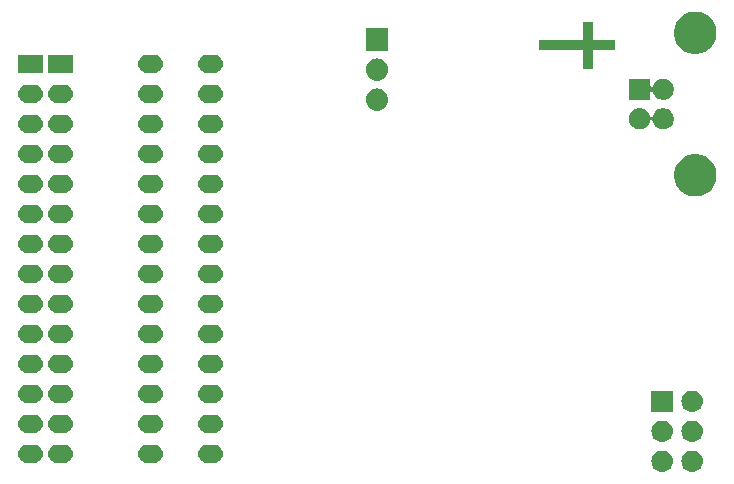
<source format=gbs>
G04 #@! TF.GenerationSoftware,KiCad,Pcbnew,(5.1.0)-1*
G04 #@! TF.CreationDate,2019-05-24T23:33:48-04:00*
G04 #@! TF.ProjectId,f-ramune_avr,662d7261-6d75-46e6-955f-6176722e6b69,rev?*
G04 #@! TF.SameCoordinates,Original*
G04 #@! TF.FileFunction,Soldermask,Bot*
G04 #@! TF.FilePolarity,Negative*
%FSLAX46Y46*%
G04 Gerber Fmt 4.6, Leading zero omitted, Abs format (unit mm)*
G04 Created by KiCad (PCBNEW (5.1.0)-1) date 2019-05-24 23:33:48*
%MOMM*%
%LPD*%
G04 APERTURE LIST*
%ADD10C,0.100000*%
G04 APERTURE END LIST*
D10*
G36*
X154559000Y-86868000D02*
G01*
X156464000Y-86868000D01*
X156464000Y-87630000D01*
X154559000Y-87630000D01*
X154559000Y-89281000D01*
X153797000Y-89281000D01*
X153797000Y-87630000D01*
X150114000Y-87630000D01*
X150114000Y-86868000D01*
X153797000Y-86868000D01*
X153797000Y-85344000D01*
X154559000Y-85344000D01*
X154559000Y-86868000D01*
G37*
X154559000Y-86868000D02*
X156464000Y-86868000D01*
X156464000Y-87630000D01*
X154559000Y-87630000D01*
X154559000Y-89281000D01*
X153797000Y-89281000D01*
X153797000Y-87630000D01*
X150114000Y-87630000D01*
X150114000Y-86868000D01*
X153797000Y-86868000D01*
X153797000Y-85344000D01*
X154559000Y-85344000D01*
X154559000Y-86868000D01*
G36*
X163178442Y-121660518D02*
G01*
X163244627Y-121667037D01*
X163414466Y-121718557D01*
X163570991Y-121802222D01*
X163606729Y-121831552D01*
X163708186Y-121914814D01*
X163791448Y-122016271D01*
X163820778Y-122052009D01*
X163904443Y-122208534D01*
X163955963Y-122378373D01*
X163973359Y-122555000D01*
X163955963Y-122731627D01*
X163904443Y-122901466D01*
X163820778Y-123057991D01*
X163791448Y-123093729D01*
X163708186Y-123195186D01*
X163606729Y-123278448D01*
X163570991Y-123307778D01*
X163414466Y-123391443D01*
X163244627Y-123442963D01*
X163178442Y-123449482D01*
X163112260Y-123456000D01*
X163023740Y-123456000D01*
X162957558Y-123449482D01*
X162891373Y-123442963D01*
X162721534Y-123391443D01*
X162565009Y-123307778D01*
X162529271Y-123278448D01*
X162427814Y-123195186D01*
X162344552Y-123093729D01*
X162315222Y-123057991D01*
X162231557Y-122901466D01*
X162180037Y-122731627D01*
X162162641Y-122555000D01*
X162180037Y-122378373D01*
X162231557Y-122208534D01*
X162315222Y-122052009D01*
X162344552Y-122016271D01*
X162427814Y-121914814D01*
X162529271Y-121831552D01*
X162565009Y-121802222D01*
X162721534Y-121718557D01*
X162891373Y-121667037D01*
X162957558Y-121660518D01*
X163023740Y-121654000D01*
X163112260Y-121654000D01*
X163178442Y-121660518D01*
X163178442Y-121660518D01*
G37*
G36*
X160638442Y-121660518D02*
G01*
X160704627Y-121667037D01*
X160874466Y-121718557D01*
X161030991Y-121802222D01*
X161066729Y-121831552D01*
X161168186Y-121914814D01*
X161251448Y-122016271D01*
X161280778Y-122052009D01*
X161364443Y-122208534D01*
X161415963Y-122378373D01*
X161433359Y-122555000D01*
X161415963Y-122731627D01*
X161364443Y-122901466D01*
X161280778Y-123057991D01*
X161251448Y-123093729D01*
X161168186Y-123195186D01*
X161066729Y-123278448D01*
X161030991Y-123307778D01*
X160874466Y-123391443D01*
X160704627Y-123442963D01*
X160638442Y-123449482D01*
X160572260Y-123456000D01*
X160483740Y-123456000D01*
X160417558Y-123449482D01*
X160351373Y-123442963D01*
X160181534Y-123391443D01*
X160025009Y-123307778D01*
X159989271Y-123278448D01*
X159887814Y-123195186D01*
X159804552Y-123093729D01*
X159775222Y-123057991D01*
X159691557Y-122901466D01*
X159640037Y-122731627D01*
X159622641Y-122555000D01*
X159640037Y-122378373D01*
X159691557Y-122208534D01*
X159775222Y-122052009D01*
X159804552Y-122016271D01*
X159887814Y-121914814D01*
X159989271Y-121831552D01*
X160025009Y-121802222D01*
X160181534Y-121718557D01*
X160351373Y-121667037D01*
X160417558Y-121660518D01*
X160483740Y-121654000D01*
X160572260Y-121654000D01*
X160638442Y-121660518D01*
X160638442Y-121660518D01*
G37*
G36*
X122656629Y-121152719D02*
G01*
X122732142Y-121160156D01*
X122877476Y-121204243D01*
X122877479Y-121204244D01*
X123011416Y-121275835D01*
X123128817Y-121372183D01*
X123225165Y-121489584D01*
X123296756Y-121623521D01*
X123296757Y-121623524D01*
X123340844Y-121768858D01*
X123355730Y-121920000D01*
X123340844Y-122071142D01*
X123299167Y-122208532D01*
X123296756Y-122216479D01*
X123225165Y-122350416D01*
X123128817Y-122467817D01*
X123011416Y-122564165D01*
X122877479Y-122635756D01*
X122877476Y-122635757D01*
X122732142Y-122679844D01*
X122656629Y-122687281D01*
X122618873Y-122691000D01*
X121983127Y-122691000D01*
X121945371Y-122687281D01*
X121869858Y-122679844D01*
X121724524Y-122635757D01*
X121724521Y-122635756D01*
X121590584Y-122564165D01*
X121473183Y-122467817D01*
X121376835Y-122350416D01*
X121305244Y-122216479D01*
X121302833Y-122208532D01*
X121261156Y-122071142D01*
X121246270Y-121920000D01*
X121261156Y-121768858D01*
X121305243Y-121623524D01*
X121305244Y-121623521D01*
X121376835Y-121489584D01*
X121473183Y-121372183D01*
X121590584Y-121275835D01*
X121724521Y-121204244D01*
X121724524Y-121204243D01*
X121869858Y-121160156D01*
X121945371Y-121152719D01*
X121983127Y-121149000D01*
X122618873Y-121149000D01*
X122656629Y-121152719D01*
X122656629Y-121152719D01*
G37*
G36*
X117576629Y-121152719D02*
G01*
X117652142Y-121160156D01*
X117797476Y-121204243D01*
X117797479Y-121204244D01*
X117931416Y-121275835D01*
X118048817Y-121372183D01*
X118145165Y-121489584D01*
X118216756Y-121623521D01*
X118216757Y-121623524D01*
X118260844Y-121768858D01*
X118275730Y-121920000D01*
X118260844Y-122071142D01*
X118219167Y-122208532D01*
X118216756Y-122216479D01*
X118145165Y-122350416D01*
X118048817Y-122467817D01*
X117931416Y-122564165D01*
X117797479Y-122635756D01*
X117797476Y-122635757D01*
X117652142Y-122679844D01*
X117576629Y-122687281D01*
X117538873Y-122691000D01*
X116903127Y-122691000D01*
X116865371Y-122687281D01*
X116789858Y-122679844D01*
X116644524Y-122635757D01*
X116644521Y-122635756D01*
X116510584Y-122564165D01*
X116393183Y-122467817D01*
X116296835Y-122350416D01*
X116225244Y-122216479D01*
X116222833Y-122208532D01*
X116181156Y-122071142D01*
X116166270Y-121920000D01*
X116181156Y-121768858D01*
X116225243Y-121623524D01*
X116225244Y-121623521D01*
X116296835Y-121489584D01*
X116393183Y-121372183D01*
X116510584Y-121275835D01*
X116644521Y-121204244D01*
X116644524Y-121204243D01*
X116789858Y-121160156D01*
X116865371Y-121152719D01*
X116903127Y-121149000D01*
X117538873Y-121149000D01*
X117576629Y-121152719D01*
X117576629Y-121152719D01*
G37*
G36*
X107416629Y-121152719D02*
G01*
X107492142Y-121160156D01*
X107637476Y-121204243D01*
X107637479Y-121204244D01*
X107771416Y-121275835D01*
X107888817Y-121372183D01*
X107985165Y-121489584D01*
X108056756Y-121623521D01*
X108056757Y-121623524D01*
X108100844Y-121768858D01*
X108115730Y-121920000D01*
X108100844Y-122071142D01*
X108059167Y-122208532D01*
X108056756Y-122216479D01*
X107985165Y-122350416D01*
X107888817Y-122467817D01*
X107771416Y-122564165D01*
X107637479Y-122635756D01*
X107637476Y-122635757D01*
X107492142Y-122679844D01*
X107416629Y-122687281D01*
X107378873Y-122691000D01*
X106743127Y-122691000D01*
X106705371Y-122687281D01*
X106629858Y-122679844D01*
X106484524Y-122635757D01*
X106484521Y-122635756D01*
X106350584Y-122564165D01*
X106233183Y-122467817D01*
X106136835Y-122350416D01*
X106065244Y-122216479D01*
X106062833Y-122208532D01*
X106021156Y-122071142D01*
X106006270Y-121920000D01*
X106021156Y-121768858D01*
X106065243Y-121623524D01*
X106065244Y-121623521D01*
X106136835Y-121489584D01*
X106233183Y-121372183D01*
X106350584Y-121275835D01*
X106484521Y-121204244D01*
X106484524Y-121204243D01*
X106629858Y-121160156D01*
X106705371Y-121152719D01*
X106743127Y-121149000D01*
X107378873Y-121149000D01*
X107416629Y-121152719D01*
X107416629Y-121152719D01*
G37*
G36*
X109956629Y-121152719D02*
G01*
X110032142Y-121160156D01*
X110177476Y-121204243D01*
X110177479Y-121204244D01*
X110311416Y-121275835D01*
X110428817Y-121372183D01*
X110525165Y-121489584D01*
X110596756Y-121623521D01*
X110596757Y-121623524D01*
X110640844Y-121768858D01*
X110655730Y-121920000D01*
X110640844Y-122071142D01*
X110599167Y-122208532D01*
X110596756Y-122216479D01*
X110525165Y-122350416D01*
X110428817Y-122467817D01*
X110311416Y-122564165D01*
X110177479Y-122635756D01*
X110177476Y-122635757D01*
X110032142Y-122679844D01*
X109956629Y-122687281D01*
X109918873Y-122691000D01*
X109283127Y-122691000D01*
X109245371Y-122687281D01*
X109169858Y-122679844D01*
X109024524Y-122635757D01*
X109024521Y-122635756D01*
X108890584Y-122564165D01*
X108773183Y-122467817D01*
X108676835Y-122350416D01*
X108605244Y-122216479D01*
X108602833Y-122208532D01*
X108561156Y-122071142D01*
X108546270Y-121920000D01*
X108561156Y-121768858D01*
X108605243Y-121623524D01*
X108605244Y-121623521D01*
X108676835Y-121489584D01*
X108773183Y-121372183D01*
X108890584Y-121275835D01*
X109024521Y-121204244D01*
X109024524Y-121204243D01*
X109169858Y-121160156D01*
X109245371Y-121152719D01*
X109283127Y-121149000D01*
X109918873Y-121149000D01*
X109956629Y-121152719D01*
X109956629Y-121152719D01*
G37*
G36*
X160638443Y-119120519D02*
G01*
X160704627Y-119127037D01*
X160874466Y-119178557D01*
X161030991Y-119262222D01*
X161066729Y-119291552D01*
X161168186Y-119374814D01*
X161251448Y-119476271D01*
X161280778Y-119512009D01*
X161364443Y-119668534D01*
X161415963Y-119838373D01*
X161433359Y-120015000D01*
X161415963Y-120191627D01*
X161364443Y-120361466D01*
X161280778Y-120517991D01*
X161251448Y-120553729D01*
X161168186Y-120655186D01*
X161066729Y-120738448D01*
X161030991Y-120767778D01*
X160874466Y-120851443D01*
X160704627Y-120902963D01*
X160638442Y-120909482D01*
X160572260Y-120916000D01*
X160483740Y-120916000D01*
X160417558Y-120909482D01*
X160351373Y-120902963D01*
X160181534Y-120851443D01*
X160025009Y-120767778D01*
X159989271Y-120738448D01*
X159887814Y-120655186D01*
X159804552Y-120553729D01*
X159775222Y-120517991D01*
X159691557Y-120361466D01*
X159640037Y-120191627D01*
X159622641Y-120015000D01*
X159640037Y-119838373D01*
X159691557Y-119668534D01*
X159775222Y-119512009D01*
X159804552Y-119476271D01*
X159887814Y-119374814D01*
X159989271Y-119291552D01*
X160025009Y-119262222D01*
X160181534Y-119178557D01*
X160351373Y-119127037D01*
X160417557Y-119120519D01*
X160483740Y-119114000D01*
X160572260Y-119114000D01*
X160638443Y-119120519D01*
X160638443Y-119120519D01*
G37*
G36*
X163178443Y-119120519D02*
G01*
X163244627Y-119127037D01*
X163414466Y-119178557D01*
X163570991Y-119262222D01*
X163606729Y-119291552D01*
X163708186Y-119374814D01*
X163791448Y-119476271D01*
X163820778Y-119512009D01*
X163904443Y-119668534D01*
X163955963Y-119838373D01*
X163973359Y-120015000D01*
X163955963Y-120191627D01*
X163904443Y-120361466D01*
X163820778Y-120517991D01*
X163791448Y-120553729D01*
X163708186Y-120655186D01*
X163606729Y-120738448D01*
X163570991Y-120767778D01*
X163414466Y-120851443D01*
X163244627Y-120902963D01*
X163178442Y-120909482D01*
X163112260Y-120916000D01*
X163023740Y-120916000D01*
X162957558Y-120909482D01*
X162891373Y-120902963D01*
X162721534Y-120851443D01*
X162565009Y-120767778D01*
X162529271Y-120738448D01*
X162427814Y-120655186D01*
X162344552Y-120553729D01*
X162315222Y-120517991D01*
X162231557Y-120361466D01*
X162180037Y-120191627D01*
X162162641Y-120015000D01*
X162180037Y-119838373D01*
X162231557Y-119668534D01*
X162315222Y-119512009D01*
X162344552Y-119476271D01*
X162427814Y-119374814D01*
X162529271Y-119291552D01*
X162565009Y-119262222D01*
X162721534Y-119178557D01*
X162891373Y-119127037D01*
X162957557Y-119120519D01*
X163023740Y-119114000D01*
X163112260Y-119114000D01*
X163178443Y-119120519D01*
X163178443Y-119120519D01*
G37*
G36*
X117576629Y-118612719D02*
G01*
X117652142Y-118620156D01*
X117797476Y-118664243D01*
X117797479Y-118664244D01*
X117931416Y-118735835D01*
X118048817Y-118832183D01*
X118145165Y-118949584D01*
X118216756Y-119083521D01*
X118216757Y-119083524D01*
X118260844Y-119228858D01*
X118275730Y-119380000D01*
X118260844Y-119531142D01*
X118219167Y-119668532D01*
X118216756Y-119676479D01*
X118145165Y-119810416D01*
X118048817Y-119927817D01*
X117931416Y-120024165D01*
X117797479Y-120095756D01*
X117797476Y-120095757D01*
X117652142Y-120139844D01*
X117576629Y-120147281D01*
X117538873Y-120151000D01*
X116903127Y-120151000D01*
X116865371Y-120147281D01*
X116789858Y-120139844D01*
X116644524Y-120095757D01*
X116644521Y-120095756D01*
X116510584Y-120024165D01*
X116393183Y-119927817D01*
X116296835Y-119810416D01*
X116225244Y-119676479D01*
X116222833Y-119668532D01*
X116181156Y-119531142D01*
X116166270Y-119380000D01*
X116181156Y-119228858D01*
X116225243Y-119083524D01*
X116225244Y-119083521D01*
X116296835Y-118949584D01*
X116393183Y-118832183D01*
X116510584Y-118735835D01*
X116644521Y-118664244D01*
X116644524Y-118664243D01*
X116789858Y-118620156D01*
X116865371Y-118612719D01*
X116903127Y-118609000D01*
X117538873Y-118609000D01*
X117576629Y-118612719D01*
X117576629Y-118612719D01*
G37*
G36*
X122656629Y-118612719D02*
G01*
X122732142Y-118620156D01*
X122877476Y-118664243D01*
X122877479Y-118664244D01*
X123011416Y-118735835D01*
X123128817Y-118832183D01*
X123225165Y-118949584D01*
X123296756Y-119083521D01*
X123296757Y-119083524D01*
X123340844Y-119228858D01*
X123355730Y-119380000D01*
X123340844Y-119531142D01*
X123299167Y-119668532D01*
X123296756Y-119676479D01*
X123225165Y-119810416D01*
X123128817Y-119927817D01*
X123011416Y-120024165D01*
X122877479Y-120095756D01*
X122877476Y-120095757D01*
X122732142Y-120139844D01*
X122656629Y-120147281D01*
X122618873Y-120151000D01*
X121983127Y-120151000D01*
X121945371Y-120147281D01*
X121869858Y-120139844D01*
X121724524Y-120095757D01*
X121724521Y-120095756D01*
X121590584Y-120024165D01*
X121473183Y-119927817D01*
X121376835Y-119810416D01*
X121305244Y-119676479D01*
X121302833Y-119668532D01*
X121261156Y-119531142D01*
X121246270Y-119380000D01*
X121261156Y-119228858D01*
X121305243Y-119083524D01*
X121305244Y-119083521D01*
X121376835Y-118949584D01*
X121473183Y-118832183D01*
X121590584Y-118735835D01*
X121724521Y-118664244D01*
X121724524Y-118664243D01*
X121869858Y-118620156D01*
X121945371Y-118612719D01*
X121983127Y-118609000D01*
X122618873Y-118609000D01*
X122656629Y-118612719D01*
X122656629Y-118612719D01*
G37*
G36*
X109956629Y-118612719D02*
G01*
X110032142Y-118620156D01*
X110177476Y-118664243D01*
X110177479Y-118664244D01*
X110311416Y-118735835D01*
X110428817Y-118832183D01*
X110525165Y-118949584D01*
X110596756Y-119083521D01*
X110596757Y-119083524D01*
X110640844Y-119228858D01*
X110655730Y-119380000D01*
X110640844Y-119531142D01*
X110599167Y-119668532D01*
X110596756Y-119676479D01*
X110525165Y-119810416D01*
X110428817Y-119927817D01*
X110311416Y-120024165D01*
X110177479Y-120095756D01*
X110177476Y-120095757D01*
X110032142Y-120139844D01*
X109956629Y-120147281D01*
X109918873Y-120151000D01*
X109283127Y-120151000D01*
X109245371Y-120147281D01*
X109169858Y-120139844D01*
X109024524Y-120095757D01*
X109024521Y-120095756D01*
X108890584Y-120024165D01*
X108773183Y-119927817D01*
X108676835Y-119810416D01*
X108605244Y-119676479D01*
X108602833Y-119668532D01*
X108561156Y-119531142D01*
X108546270Y-119380000D01*
X108561156Y-119228858D01*
X108605243Y-119083524D01*
X108605244Y-119083521D01*
X108676835Y-118949584D01*
X108773183Y-118832183D01*
X108890584Y-118735835D01*
X109024521Y-118664244D01*
X109024524Y-118664243D01*
X109169858Y-118620156D01*
X109245371Y-118612719D01*
X109283127Y-118609000D01*
X109918873Y-118609000D01*
X109956629Y-118612719D01*
X109956629Y-118612719D01*
G37*
G36*
X107416629Y-118612719D02*
G01*
X107492142Y-118620156D01*
X107637476Y-118664243D01*
X107637479Y-118664244D01*
X107771416Y-118735835D01*
X107888817Y-118832183D01*
X107985165Y-118949584D01*
X108056756Y-119083521D01*
X108056757Y-119083524D01*
X108100844Y-119228858D01*
X108115730Y-119380000D01*
X108100844Y-119531142D01*
X108059167Y-119668532D01*
X108056756Y-119676479D01*
X107985165Y-119810416D01*
X107888817Y-119927817D01*
X107771416Y-120024165D01*
X107637479Y-120095756D01*
X107637476Y-120095757D01*
X107492142Y-120139844D01*
X107416629Y-120147281D01*
X107378873Y-120151000D01*
X106743127Y-120151000D01*
X106705371Y-120147281D01*
X106629858Y-120139844D01*
X106484524Y-120095757D01*
X106484521Y-120095756D01*
X106350584Y-120024165D01*
X106233183Y-119927817D01*
X106136835Y-119810416D01*
X106065244Y-119676479D01*
X106062833Y-119668532D01*
X106021156Y-119531142D01*
X106006270Y-119380000D01*
X106021156Y-119228858D01*
X106065243Y-119083524D01*
X106065244Y-119083521D01*
X106136835Y-118949584D01*
X106233183Y-118832183D01*
X106350584Y-118735835D01*
X106484521Y-118664244D01*
X106484524Y-118664243D01*
X106629858Y-118620156D01*
X106705371Y-118612719D01*
X106743127Y-118609000D01*
X107378873Y-118609000D01*
X107416629Y-118612719D01*
X107416629Y-118612719D01*
G37*
G36*
X161429000Y-118376000D02*
G01*
X159627000Y-118376000D01*
X159627000Y-116574000D01*
X161429000Y-116574000D01*
X161429000Y-118376000D01*
X161429000Y-118376000D01*
G37*
G36*
X163178443Y-116580519D02*
G01*
X163244627Y-116587037D01*
X163414466Y-116638557D01*
X163570991Y-116722222D01*
X163606729Y-116751552D01*
X163708186Y-116834814D01*
X163791448Y-116936271D01*
X163820778Y-116972009D01*
X163904443Y-117128534D01*
X163955963Y-117298373D01*
X163973359Y-117475000D01*
X163955963Y-117651627D01*
X163904443Y-117821466D01*
X163820778Y-117977991D01*
X163791448Y-118013729D01*
X163708186Y-118115186D01*
X163606729Y-118198448D01*
X163570991Y-118227778D01*
X163414466Y-118311443D01*
X163244627Y-118362963D01*
X163178442Y-118369482D01*
X163112260Y-118376000D01*
X163023740Y-118376000D01*
X162957558Y-118369482D01*
X162891373Y-118362963D01*
X162721534Y-118311443D01*
X162565009Y-118227778D01*
X162529271Y-118198448D01*
X162427814Y-118115186D01*
X162344552Y-118013729D01*
X162315222Y-117977991D01*
X162231557Y-117821466D01*
X162180037Y-117651627D01*
X162162641Y-117475000D01*
X162180037Y-117298373D01*
X162231557Y-117128534D01*
X162315222Y-116972009D01*
X162344552Y-116936271D01*
X162427814Y-116834814D01*
X162529271Y-116751552D01*
X162565009Y-116722222D01*
X162721534Y-116638557D01*
X162891373Y-116587037D01*
X162957557Y-116580519D01*
X163023740Y-116574000D01*
X163112260Y-116574000D01*
X163178443Y-116580519D01*
X163178443Y-116580519D01*
G37*
G36*
X122656629Y-116072719D02*
G01*
X122732142Y-116080156D01*
X122877476Y-116124243D01*
X122877479Y-116124244D01*
X123011416Y-116195835D01*
X123128817Y-116292183D01*
X123225165Y-116409584D01*
X123296756Y-116543521D01*
X123296757Y-116543524D01*
X123340844Y-116688858D01*
X123355730Y-116840000D01*
X123340844Y-116991142D01*
X123299167Y-117128532D01*
X123296756Y-117136479D01*
X123225165Y-117270416D01*
X123128817Y-117387817D01*
X123011416Y-117484165D01*
X122877479Y-117555756D01*
X122877476Y-117555757D01*
X122732142Y-117599844D01*
X122656629Y-117607281D01*
X122618873Y-117611000D01*
X121983127Y-117611000D01*
X121945371Y-117607281D01*
X121869858Y-117599844D01*
X121724524Y-117555757D01*
X121724521Y-117555756D01*
X121590584Y-117484165D01*
X121473183Y-117387817D01*
X121376835Y-117270416D01*
X121305244Y-117136479D01*
X121302833Y-117128532D01*
X121261156Y-116991142D01*
X121246270Y-116840000D01*
X121261156Y-116688858D01*
X121305243Y-116543524D01*
X121305244Y-116543521D01*
X121376835Y-116409584D01*
X121473183Y-116292183D01*
X121590584Y-116195835D01*
X121724521Y-116124244D01*
X121724524Y-116124243D01*
X121869858Y-116080156D01*
X121945371Y-116072719D01*
X121983127Y-116069000D01*
X122618873Y-116069000D01*
X122656629Y-116072719D01*
X122656629Y-116072719D01*
G37*
G36*
X117576629Y-116072719D02*
G01*
X117652142Y-116080156D01*
X117797476Y-116124243D01*
X117797479Y-116124244D01*
X117931416Y-116195835D01*
X118048817Y-116292183D01*
X118145165Y-116409584D01*
X118216756Y-116543521D01*
X118216757Y-116543524D01*
X118260844Y-116688858D01*
X118275730Y-116840000D01*
X118260844Y-116991142D01*
X118219167Y-117128532D01*
X118216756Y-117136479D01*
X118145165Y-117270416D01*
X118048817Y-117387817D01*
X117931416Y-117484165D01*
X117797479Y-117555756D01*
X117797476Y-117555757D01*
X117652142Y-117599844D01*
X117576629Y-117607281D01*
X117538873Y-117611000D01*
X116903127Y-117611000D01*
X116865371Y-117607281D01*
X116789858Y-117599844D01*
X116644524Y-117555757D01*
X116644521Y-117555756D01*
X116510584Y-117484165D01*
X116393183Y-117387817D01*
X116296835Y-117270416D01*
X116225244Y-117136479D01*
X116222833Y-117128532D01*
X116181156Y-116991142D01*
X116166270Y-116840000D01*
X116181156Y-116688858D01*
X116225243Y-116543524D01*
X116225244Y-116543521D01*
X116296835Y-116409584D01*
X116393183Y-116292183D01*
X116510584Y-116195835D01*
X116644521Y-116124244D01*
X116644524Y-116124243D01*
X116789858Y-116080156D01*
X116865371Y-116072719D01*
X116903127Y-116069000D01*
X117538873Y-116069000D01*
X117576629Y-116072719D01*
X117576629Y-116072719D01*
G37*
G36*
X107416629Y-116072719D02*
G01*
X107492142Y-116080156D01*
X107637476Y-116124243D01*
X107637479Y-116124244D01*
X107771416Y-116195835D01*
X107888817Y-116292183D01*
X107985165Y-116409584D01*
X108056756Y-116543521D01*
X108056757Y-116543524D01*
X108100844Y-116688858D01*
X108115730Y-116840000D01*
X108100844Y-116991142D01*
X108059167Y-117128532D01*
X108056756Y-117136479D01*
X107985165Y-117270416D01*
X107888817Y-117387817D01*
X107771416Y-117484165D01*
X107637479Y-117555756D01*
X107637476Y-117555757D01*
X107492142Y-117599844D01*
X107416629Y-117607281D01*
X107378873Y-117611000D01*
X106743127Y-117611000D01*
X106705371Y-117607281D01*
X106629858Y-117599844D01*
X106484524Y-117555757D01*
X106484521Y-117555756D01*
X106350584Y-117484165D01*
X106233183Y-117387817D01*
X106136835Y-117270416D01*
X106065244Y-117136479D01*
X106062833Y-117128532D01*
X106021156Y-116991142D01*
X106006270Y-116840000D01*
X106021156Y-116688858D01*
X106065243Y-116543524D01*
X106065244Y-116543521D01*
X106136835Y-116409584D01*
X106233183Y-116292183D01*
X106350584Y-116195835D01*
X106484521Y-116124244D01*
X106484524Y-116124243D01*
X106629858Y-116080156D01*
X106705371Y-116072719D01*
X106743127Y-116069000D01*
X107378873Y-116069000D01*
X107416629Y-116072719D01*
X107416629Y-116072719D01*
G37*
G36*
X109956629Y-116072719D02*
G01*
X110032142Y-116080156D01*
X110177476Y-116124243D01*
X110177479Y-116124244D01*
X110311416Y-116195835D01*
X110428817Y-116292183D01*
X110525165Y-116409584D01*
X110596756Y-116543521D01*
X110596757Y-116543524D01*
X110640844Y-116688858D01*
X110655730Y-116840000D01*
X110640844Y-116991142D01*
X110599167Y-117128532D01*
X110596756Y-117136479D01*
X110525165Y-117270416D01*
X110428817Y-117387817D01*
X110311416Y-117484165D01*
X110177479Y-117555756D01*
X110177476Y-117555757D01*
X110032142Y-117599844D01*
X109956629Y-117607281D01*
X109918873Y-117611000D01*
X109283127Y-117611000D01*
X109245371Y-117607281D01*
X109169858Y-117599844D01*
X109024524Y-117555757D01*
X109024521Y-117555756D01*
X108890584Y-117484165D01*
X108773183Y-117387817D01*
X108676835Y-117270416D01*
X108605244Y-117136479D01*
X108602833Y-117128532D01*
X108561156Y-116991142D01*
X108546270Y-116840000D01*
X108561156Y-116688858D01*
X108605243Y-116543524D01*
X108605244Y-116543521D01*
X108676835Y-116409584D01*
X108773183Y-116292183D01*
X108890584Y-116195835D01*
X109024521Y-116124244D01*
X109024524Y-116124243D01*
X109169858Y-116080156D01*
X109245371Y-116072719D01*
X109283127Y-116069000D01*
X109918873Y-116069000D01*
X109956629Y-116072719D01*
X109956629Y-116072719D01*
G37*
G36*
X107416629Y-113532719D02*
G01*
X107492142Y-113540156D01*
X107637476Y-113584243D01*
X107637479Y-113584244D01*
X107771416Y-113655835D01*
X107888817Y-113752183D01*
X107985165Y-113869584D01*
X108056756Y-114003521D01*
X108056757Y-114003524D01*
X108100844Y-114148858D01*
X108115730Y-114300000D01*
X108100844Y-114451142D01*
X108056757Y-114596476D01*
X108056756Y-114596479D01*
X107985165Y-114730416D01*
X107888817Y-114847817D01*
X107771416Y-114944165D01*
X107637479Y-115015756D01*
X107637476Y-115015757D01*
X107492142Y-115059844D01*
X107416629Y-115067281D01*
X107378873Y-115071000D01*
X106743127Y-115071000D01*
X106705371Y-115067281D01*
X106629858Y-115059844D01*
X106484524Y-115015757D01*
X106484521Y-115015756D01*
X106350584Y-114944165D01*
X106233183Y-114847817D01*
X106136835Y-114730416D01*
X106065244Y-114596479D01*
X106065243Y-114596476D01*
X106021156Y-114451142D01*
X106006270Y-114300000D01*
X106021156Y-114148858D01*
X106065243Y-114003524D01*
X106065244Y-114003521D01*
X106136835Y-113869584D01*
X106233183Y-113752183D01*
X106350584Y-113655835D01*
X106484521Y-113584244D01*
X106484524Y-113584243D01*
X106629858Y-113540156D01*
X106705371Y-113532719D01*
X106743127Y-113529000D01*
X107378873Y-113529000D01*
X107416629Y-113532719D01*
X107416629Y-113532719D01*
G37*
G36*
X117576629Y-113532719D02*
G01*
X117652142Y-113540156D01*
X117797476Y-113584243D01*
X117797479Y-113584244D01*
X117931416Y-113655835D01*
X118048817Y-113752183D01*
X118145165Y-113869584D01*
X118216756Y-114003521D01*
X118216757Y-114003524D01*
X118260844Y-114148858D01*
X118275730Y-114300000D01*
X118260844Y-114451142D01*
X118216757Y-114596476D01*
X118216756Y-114596479D01*
X118145165Y-114730416D01*
X118048817Y-114847817D01*
X117931416Y-114944165D01*
X117797479Y-115015756D01*
X117797476Y-115015757D01*
X117652142Y-115059844D01*
X117576629Y-115067281D01*
X117538873Y-115071000D01*
X116903127Y-115071000D01*
X116865371Y-115067281D01*
X116789858Y-115059844D01*
X116644524Y-115015757D01*
X116644521Y-115015756D01*
X116510584Y-114944165D01*
X116393183Y-114847817D01*
X116296835Y-114730416D01*
X116225244Y-114596479D01*
X116225243Y-114596476D01*
X116181156Y-114451142D01*
X116166270Y-114300000D01*
X116181156Y-114148858D01*
X116225243Y-114003524D01*
X116225244Y-114003521D01*
X116296835Y-113869584D01*
X116393183Y-113752183D01*
X116510584Y-113655835D01*
X116644521Y-113584244D01*
X116644524Y-113584243D01*
X116789858Y-113540156D01*
X116865371Y-113532719D01*
X116903127Y-113529000D01*
X117538873Y-113529000D01*
X117576629Y-113532719D01*
X117576629Y-113532719D01*
G37*
G36*
X109956629Y-113532719D02*
G01*
X110032142Y-113540156D01*
X110177476Y-113584243D01*
X110177479Y-113584244D01*
X110311416Y-113655835D01*
X110428817Y-113752183D01*
X110525165Y-113869584D01*
X110596756Y-114003521D01*
X110596757Y-114003524D01*
X110640844Y-114148858D01*
X110655730Y-114300000D01*
X110640844Y-114451142D01*
X110596757Y-114596476D01*
X110596756Y-114596479D01*
X110525165Y-114730416D01*
X110428817Y-114847817D01*
X110311416Y-114944165D01*
X110177479Y-115015756D01*
X110177476Y-115015757D01*
X110032142Y-115059844D01*
X109956629Y-115067281D01*
X109918873Y-115071000D01*
X109283127Y-115071000D01*
X109245371Y-115067281D01*
X109169858Y-115059844D01*
X109024524Y-115015757D01*
X109024521Y-115015756D01*
X108890584Y-114944165D01*
X108773183Y-114847817D01*
X108676835Y-114730416D01*
X108605244Y-114596479D01*
X108605243Y-114596476D01*
X108561156Y-114451142D01*
X108546270Y-114300000D01*
X108561156Y-114148858D01*
X108605243Y-114003524D01*
X108605244Y-114003521D01*
X108676835Y-113869584D01*
X108773183Y-113752183D01*
X108890584Y-113655835D01*
X109024521Y-113584244D01*
X109024524Y-113584243D01*
X109169858Y-113540156D01*
X109245371Y-113532719D01*
X109283127Y-113529000D01*
X109918873Y-113529000D01*
X109956629Y-113532719D01*
X109956629Y-113532719D01*
G37*
G36*
X122656629Y-113532719D02*
G01*
X122732142Y-113540156D01*
X122877476Y-113584243D01*
X122877479Y-113584244D01*
X123011416Y-113655835D01*
X123128817Y-113752183D01*
X123225165Y-113869584D01*
X123296756Y-114003521D01*
X123296757Y-114003524D01*
X123340844Y-114148858D01*
X123355730Y-114300000D01*
X123340844Y-114451142D01*
X123296757Y-114596476D01*
X123296756Y-114596479D01*
X123225165Y-114730416D01*
X123128817Y-114847817D01*
X123011416Y-114944165D01*
X122877479Y-115015756D01*
X122877476Y-115015757D01*
X122732142Y-115059844D01*
X122656629Y-115067281D01*
X122618873Y-115071000D01*
X121983127Y-115071000D01*
X121945371Y-115067281D01*
X121869858Y-115059844D01*
X121724524Y-115015757D01*
X121724521Y-115015756D01*
X121590584Y-114944165D01*
X121473183Y-114847817D01*
X121376835Y-114730416D01*
X121305244Y-114596479D01*
X121305243Y-114596476D01*
X121261156Y-114451142D01*
X121246270Y-114300000D01*
X121261156Y-114148858D01*
X121305243Y-114003524D01*
X121305244Y-114003521D01*
X121376835Y-113869584D01*
X121473183Y-113752183D01*
X121590584Y-113655835D01*
X121724521Y-113584244D01*
X121724524Y-113584243D01*
X121869858Y-113540156D01*
X121945371Y-113532719D01*
X121983127Y-113529000D01*
X122618873Y-113529000D01*
X122656629Y-113532719D01*
X122656629Y-113532719D01*
G37*
G36*
X117576629Y-110992719D02*
G01*
X117652142Y-111000156D01*
X117797476Y-111044243D01*
X117797479Y-111044244D01*
X117931416Y-111115835D01*
X118048817Y-111212183D01*
X118145165Y-111329584D01*
X118216756Y-111463521D01*
X118216757Y-111463524D01*
X118260844Y-111608858D01*
X118275730Y-111760000D01*
X118260844Y-111911142D01*
X118216757Y-112056476D01*
X118216756Y-112056479D01*
X118145165Y-112190416D01*
X118048817Y-112307817D01*
X117931416Y-112404165D01*
X117797479Y-112475756D01*
X117797476Y-112475757D01*
X117652142Y-112519844D01*
X117576629Y-112527281D01*
X117538873Y-112531000D01*
X116903127Y-112531000D01*
X116865371Y-112527281D01*
X116789858Y-112519844D01*
X116644524Y-112475757D01*
X116644521Y-112475756D01*
X116510584Y-112404165D01*
X116393183Y-112307817D01*
X116296835Y-112190416D01*
X116225244Y-112056479D01*
X116225243Y-112056476D01*
X116181156Y-111911142D01*
X116166270Y-111760000D01*
X116181156Y-111608858D01*
X116225243Y-111463524D01*
X116225244Y-111463521D01*
X116296835Y-111329584D01*
X116393183Y-111212183D01*
X116510584Y-111115835D01*
X116644521Y-111044244D01*
X116644524Y-111044243D01*
X116789858Y-111000156D01*
X116865371Y-110992719D01*
X116903127Y-110989000D01*
X117538873Y-110989000D01*
X117576629Y-110992719D01*
X117576629Y-110992719D01*
G37*
G36*
X107416629Y-110992719D02*
G01*
X107492142Y-111000156D01*
X107637476Y-111044243D01*
X107637479Y-111044244D01*
X107771416Y-111115835D01*
X107888817Y-111212183D01*
X107985165Y-111329584D01*
X108056756Y-111463521D01*
X108056757Y-111463524D01*
X108100844Y-111608858D01*
X108115730Y-111760000D01*
X108100844Y-111911142D01*
X108056757Y-112056476D01*
X108056756Y-112056479D01*
X107985165Y-112190416D01*
X107888817Y-112307817D01*
X107771416Y-112404165D01*
X107637479Y-112475756D01*
X107637476Y-112475757D01*
X107492142Y-112519844D01*
X107416629Y-112527281D01*
X107378873Y-112531000D01*
X106743127Y-112531000D01*
X106705371Y-112527281D01*
X106629858Y-112519844D01*
X106484524Y-112475757D01*
X106484521Y-112475756D01*
X106350584Y-112404165D01*
X106233183Y-112307817D01*
X106136835Y-112190416D01*
X106065244Y-112056479D01*
X106065243Y-112056476D01*
X106021156Y-111911142D01*
X106006270Y-111760000D01*
X106021156Y-111608858D01*
X106065243Y-111463524D01*
X106065244Y-111463521D01*
X106136835Y-111329584D01*
X106233183Y-111212183D01*
X106350584Y-111115835D01*
X106484521Y-111044244D01*
X106484524Y-111044243D01*
X106629858Y-111000156D01*
X106705371Y-110992719D01*
X106743127Y-110989000D01*
X107378873Y-110989000D01*
X107416629Y-110992719D01*
X107416629Y-110992719D01*
G37*
G36*
X122656629Y-110992719D02*
G01*
X122732142Y-111000156D01*
X122877476Y-111044243D01*
X122877479Y-111044244D01*
X123011416Y-111115835D01*
X123128817Y-111212183D01*
X123225165Y-111329584D01*
X123296756Y-111463521D01*
X123296757Y-111463524D01*
X123340844Y-111608858D01*
X123355730Y-111760000D01*
X123340844Y-111911142D01*
X123296757Y-112056476D01*
X123296756Y-112056479D01*
X123225165Y-112190416D01*
X123128817Y-112307817D01*
X123011416Y-112404165D01*
X122877479Y-112475756D01*
X122877476Y-112475757D01*
X122732142Y-112519844D01*
X122656629Y-112527281D01*
X122618873Y-112531000D01*
X121983127Y-112531000D01*
X121945371Y-112527281D01*
X121869858Y-112519844D01*
X121724524Y-112475757D01*
X121724521Y-112475756D01*
X121590584Y-112404165D01*
X121473183Y-112307817D01*
X121376835Y-112190416D01*
X121305244Y-112056479D01*
X121305243Y-112056476D01*
X121261156Y-111911142D01*
X121246270Y-111760000D01*
X121261156Y-111608858D01*
X121305243Y-111463524D01*
X121305244Y-111463521D01*
X121376835Y-111329584D01*
X121473183Y-111212183D01*
X121590584Y-111115835D01*
X121724521Y-111044244D01*
X121724524Y-111044243D01*
X121869858Y-111000156D01*
X121945371Y-110992719D01*
X121983127Y-110989000D01*
X122618873Y-110989000D01*
X122656629Y-110992719D01*
X122656629Y-110992719D01*
G37*
G36*
X109956629Y-110992719D02*
G01*
X110032142Y-111000156D01*
X110177476Y-111044243D01*
X110177479Y-111044244D01*
X110311416Y-111115835D01*
X110428817Y-111212183D01*
X110525165Y-111329584D01*
X110596756Y-111463521D01*
X110596757Y-111463524D01*
X110640844Y-111608858D01*
X110655730Y-111760000D01*
X110640844Y-111911142D01*
X110596757Y-112056476D01*
X110596756Y-112056479D01*
X110525165Y-112190416D01*
X110428817Y-112307817D01*
X110311416Y-112404165D01*
X110177479Y-112475756D01*
X110177476Y-112475757D01*
X110032142Y-112519844D01*
X109956629Y-112527281D01*
X109918873Y-112531000D01*
X109283127Y-112531000D01*
X109245371Y-112527281D01*
X109169858Y-112519844D01*
X109024524Y-112475757D01*
X109024521Y-112475756D01*
X108890584Y-112404165D01*
X108773183Y-112307817D01*
X108676835Y-112190416D01*
X108605244Y-112056479D01*
X108605243Y-112056476D01*
X108561156Y-111911142D01*
X108546270Y-111760000D01*
X108561156Y-111608858D01*
X108605243Y-111463524D01*
X108605244Y-111463521D01*
X108676835Y-111329584D01*
X108773183Y-111212183D01*
X108890584Y-111115835D01*
X109024521Y-111044244D01*
X109024524Y-111044243D01*
X109169858Y-111000156D01*
X109245371Y-110992719D01*
X109283127Y-110989000D01*
X109918873Y-110989000D01*
X109956629Y-110992719D01*
X109956629Y-110992719D01*
G37*
G36*
X122656629Y-108452719D02*
G01*
X122732142Y-108460156D01*
X122877476Y-108504243D01*
X122877479Y-108504244D01*
X123011416Y-108575835D01*
X123128817Y-108672183D01*
X123225165Y-108789584D01*
X123296756Y-108923521D01*
X123296757Y-108923524D01*
X123340844Y-109068858D01*
X123355730Y-109220000D01*
X123340844Y-109371142D01*
X123296757Y-109516476D01*
X123296756Y-109516479D01*
X123225165Y-109650416D01*
X123128817Y-109767817D01*
X123011416Y-109864165D01*
X122877479Y-109935756D01*
X122877476Y-109935757D01*
X122732142Y-109979844D01*
X122656629Y-109987281D01*
X122618873Y-109991000D01*
X121983127Y-109991000D01*
X121945371Y-109987281D01*
X121869858Y-109979844D01*
X121724524Y-109935757D01*
X121724521Y-109935756D01*
X121590584Y-109864165D01*
X121473183Y-109767817D01*
X121376835Y-109650416D01*
X121305244Y-109516479D01*
X121305243Y-109516476D01*
X121261156Y-109371142D01*
X121246270Y-109220000D01*
X121261156Y-109068858D01*
X121305243Y-108923524D01*
X121305244Y-108923521D01*
X121376835Y-108789584D01*
X121473183Y-108672183D01*
X121590584Y-108575835D01*
X121724521Y-108504244D01*
X121724524Y-108504243D01*
X121869858Y-108460156D01*
X121945371Y-108452719D01*
X121983127Y-108449000D01*
X122618873Y-108449000D01*
X122656629Y-108452719D01*
X122656629Y-108452719D01*
G37*
G36*
X117576629Y-108452719D02*
G01*
X117652142Y-108460156D01*
X117797476Y-108504243D01*
X117797479Y-108504244D01*
X117931416Y-108575835D01*
X118048817Y-108672183D01*
X118145165Y-108789584D01*
X118216756Y-108923521D01*
X118216757Y-108923524D01*
X118260844Y-109068858D01*
X118275730Y-109220000D01*
X118260844Y-109371142D01*
X118216757Y-109516476D01*
X118216756Y-109516479D01*
X118145165Y-109650416D01*
X118048817Y-109767817D01*
X117931416Y-109864165D01*
X117797479Y-109935756D01*
X117797476Y-109935757D01*
X117652142Y-109979844D01*
X117576629Y-109987281D01*
X117538873Y-109991000D01*
X116903127Y-109991000D01*
X116865371Y-109987281D01*
X116789858Y-109979844D01*
X116644524Y-109935757D01*
X116644521Y-109935756D01*
X116510584Y-109864165D01*
X116393183Y-109767817D01*
X116296835Y-109650416D01*
X116225244Y-109516479D01*
X116225243Y-109516476D01*
X116181156Y-109371142D01*
X116166270Y-109220000D01*
X116181156Y-109068858D01*
X116225243Y-108923524D01*
X116225244Y-108923521D01*
X116296835Y-108789584D01*
X116393183Y-108672183D01*
X116510584Y-108575835D01*
X116644521Y-108504244D01*
X116644524Y-108504243D01*
X116789858Y-108460156D01*
X116865371Y-108452719D01*
X116903127Y-108449000D01*
X117538873Y-108449000D01*
X117576629Y-108452719D01*
X117576629Y-108452719D01*
G37*
G36*
X109956629Y-108452719D02*
G01*
X110032142Y-108460156D01*
X110177476Y-108504243D01*
X110177479Y-108504244D01*
X110311416Y-108575835D01*
X110428817Y-108672183D01*
X110525165Y-108789584D01*
X110596756Y-108923521D01*
X110596757Y-108923524D01*
X110640844Y-109068858D01*
X110655730Y-109220000D01*
X110640844Y-109371142D01*
X110596757Y-109516476D01*
X110596756Y-109516479D01*
X110525165Y-109650416D01*
X110428817Y-109767817D01*
X110311416Y-109864165D01*
X110177479Y-109935756D01*
X110177476Y-109935757D01*
X110032142Y-109979844D01*
X109956629Y-109987281D01*
X109918873Y-109991000D01*
X109283127Y-109991000D01*
X109245371Y-109987281D01*
X109169858Y-109979844D01*
X109024524Y-109935757D01*
X109024521Y-109935756D01*
X108890584Y-109864165D01*
X108773183Y-109767817D01*
X108676835Y-109650416D01*
X108605244Y-109516479D01*
X108605243Y-109516476D01*
X108561156Y-109371142D01*
X108546270Y-109220000D01*
X108561156Y-109068858D01*
X108605243Y-108923524D01*
X108605244Y-108923521D01*
X108676835Y-108789584D01*
X108773183Y-108672183D01*
X108890584Y-108575835D01*
X109024521Y-108504244D01*
X109024524Y-108504243D01*
X109169858Y-108460156D01*
X109245371Y-108452719D01*
X109283127Y-108449000D01*
X109918873Y-108449000D01*
X109956629Y-108452719D01*
X109956629Y-108452719D01*
G37*
G36*
X107416629Y-108452719D02*
G01*
X107492142Y-108460156D01*
X107637476Y-108504243D01*
X107637479Y-108504244D01*
X107771416Y-108575835D01*
X107888817Y-108672183D01*
X107985165Y-108789584D01*
X108056756Y-108923521D01*
X108056757Y-108923524D01*
X108100844Y-109068858D01*
X108115730Y-109220000D01*
X108100844Y-109371142D01*
X108056757Y-109516476D01*
X108056756Y-109516479D01*
X107985165Y-109650416D01*
X107888817Y-109767817D01*
X107771416Y-109864165D01*
X107637479Y-109935756D01*
X107637476Y-109935757D01*
X107492142Y-109979844D01*
X107416629Y-109987281D01*
X107378873Y-109991000D01*
X106743127Y-109991000D01*
X106705371Y-109987281D01*
X106629858Y-109979844D01*
X106484524Y-109935757D01*
X106484521Y-109935756D01*
X106350584Y-109864165D01*
X106233183Y-109767817D01*
X106136835Y-109650416D01*
X106065244Y-109516479D01*
X106065243Y-109516476D01*
X106021156Y-109371142D01*
X106006270Y-109220000D01*
X106021156Y-109068858D01*
X106065243Y-108923524D01*
X106065244Y-108923521D01*
X106136835Y-108789584D01*
X106233183Y-108672183D01*
X106350584Y-108575835D01*
X106484521Y-108504244D01*
X106484524Y-108504243D01*
X106629858Y-108460156D01*
X106705371Y-108452719D01*
X106743127Y-108449000D01*
X107378873Y-108449000D01*
X107416629Y-108452719D01*
X107416629Y-108452719D01*
G37*
G36*
X117576629Y-105912719D02*
G01*
X117652142Y-105920156D01*
X117797476Y-105964243D01*
X117797479Y-105964244D01*
X117931416Y-106035835D01*
X118048817Y-106132183D01*
X118145165Y-106249584D01*
X118216756Y-106383521D01*
X118216757Y-106383524D01*
X118260844Y-106528858D01*
X118275730Y-106680000D01*
X118260844Y-106831142D01*
X118216757Y-106976476D01*
X118216756Y-106976479D01*
X118145165Y-107110416D01*
X118048817Y-107227817D01*
X117931416Y-107324165D01*
X117797479Y-107395756D01*
X117797476Y-107395757D01*
X117652142Y-107439844D01*
X117576629Y-107447281D01*
X117538873Y-107451000D01*
X116903127Y-107451000D01*
X116865371Y-107447281D01*
X116789858Y-107439844D01*
X116644524Y-107395757D01*
X116644521Y-107395756D01*
X116510584Y-107324165D01*
X116393183Y-107227817D01*
X116296835Y-107110416D01*
X116225244Y-106976479D01*
X116225243Y-106976476D01*
X116181156Y-106831142D01*
X116166270Y-106680000D01*
X116181156Y-106528858D01*
X116225243Y-106383524D01*
X116225244Y-106383521D01*
X116296835Y-106249584D01*
X116393183Y-106132183D01*
X116510584Y-106035835D01*
X116644521Y-105964244D01*
X116644524Y-105964243D01*
X116789858Y-105920156D01*
X116865371Y-105912719D01*
X116903127Y-105909000D01*
X117538873Y-105909000D01*
X117576629Y-105912719D01*
X117576629Y-105912719D01*
G37*
G36*
X109956629Y-105912719D02*
G01*
X110032142Y-105920156D01*
X110177476Y-105964243D01*
X110177479Y-105964244D01*
X110311416Y-106035835D01*
X110428817Y-106132183D01*
X110525165Y-106249584D01*
X110596756Y-106383521D01*
X110596757Y-106383524D01*
X110640844Y-106528858D01*
X110655730Y-106680000D01*
X110640844Y-106831142D01*
X110596757Y-106976476D01*
X110596756Y-106976479D01*
X110525165Y-107110416D01*
X110428817Y-107227817D01*
X110311416Y-107324165D01*
X110177479Y-107395756D01*
X110177476Y-107395757D01*
X110032142Y-107439844D01*
X109956629Y-107447281D01*
X109918873Y-107451000D01*
X109283127Y-107451000D01*
X109245371Y-107447281D01*
X109169858Y-107439844D01*
X109024524Y-107395757D01*
X109024521Y-107395756D01*
X108890584Y-107324165D01*
X108773183Y-107227817D01*
X108676835Y-107110416D01*
X108605244Y-106976479D01*
X108605243Y-106976476D01*
X108561156Y-106831142D01*
X108546270Y-106680000D01*
X108561156Y-106528858D01*
X108605243Y-106383524D01*
X108605244Y-106383521D01*
X108676835Y-106249584D01*
X108773183Y-106132183D01*
X108890584Y-106035835D01*
X109024521Y-105964244D01*
X109024524Y-105964243D01*
X109169858Y-105920156D01*
X109245371Y-105912719D01*
X109283127Y-105909000D01*
X109918873Y-105909000D01*
X109956629Y-105912719D01*
X109956629Y-105912719D01*
G37*
G36*
X122656629Y-105912719D02*
G01*
X122732142Y-105920156D01*
X122877476Y-105964243D01*
X122877479Y-105964244D01*
X123011416Y-106035835D01*
X123128817Y-106132183D01*
X123225165Y-106249584D01*
X123296756Y-106383521D01*
X123296757Y-106383524D01*
X123340844Y-106528858D01*
X123355730Y-106680000D01*
X123340844Y-106831142D01*
X123296757Y-106976476D01*
X123296756Y-106976479D01*
X123225165Y-107110416D01*
X123128817Y-107227817D01*
X123011416Y-107324165D01*
X122877479Y-107395756D01*
X122877476Y-107395757D01*
X122732142Y-107439844D01*
X122656629Y-107447281D01*
X122618873Y-107451000D01*
X121983127Y-107451000D01*
X121945371Y-107447281D01*
X121869858Y-107439844D01*
X121724524Y-107395757D01*
X121724521Y-107395756D01*
X121590584Y-107324165D01*
X121473183Y-107227817D01*
X121376835Y-107110416D01*
X121305244Y-106976479D01*
X121305243Y-106976476D01*
X121261156Y-106831142D01*
X121246270Y-106680000D01*
X121261156Y-106528858D01*
X121305243Y-106383524D01*
X121305244Y-106383521D01*
X121376835Y-106249584D01*
X121473183Y-106132183D01*
X121590584Y-106035835D01*
X121724521Y-105964244D01*
X121724524Y-105964243D01*
X121869858Y-105920156D01*
X121945371Y-105912719D01*
X121983127Y-105909000D01*
X122618873Y-105909000D01*
X122656629Y-105912719D01*
X122656629Y-105912719D01*
G37*
G36*
X107416629Y-105912719D02*
G01*
X107492142Y-105920156D01*
X107637476Y-105964243D01*
X107637479Y-105964244D01*
X107771416Y-106035835D01*
X107888817Y-106132183D01*
X107985165Y-106249584D01*
X108056756Y-106383521D01*
X108056757Y-106383524D01*
X108100844Y-106528858D01*
X108115730Y-106680000D01*
X108100844Y-106831142D01*
X108056757Y-106976476D01*
X108056756Y-106976479D01*
X107985165Y-107110416D01*
X107888817Y-107227817D01*
X107771416Y-107324165D01*
X107637479Y-107395756D01*
X107637476Y-107395757D01*
X107492142Y-107439844D01*
X107416629Y-107447281D01*
X107378873Y-107451000D01*
X106743127Y-107451000D01*
X106705371Y-107447281D01*
X106629858Y-107439844D01*
X106484524Y-107395757D01*
X106484521Y-107395756D01*
X106350584Y-107324165D01*
X106233183Y-107227817D01*
X106136835Y-107110416D01*
X106065244Y-106976479D01*
X106065243Y-106976476D01*
X106021156Y-106831142D01*
X106006270Y-106680000D01*
X106021156Y-106528858D01*
X106065243Y-106383524D01*
X106065244Y-106383521D01*
X106136835Y-106249584D01*
X106233183Y-106132183D01*
X106350584Y-106035835D01*
X106484521Y-105964244D01*
X106484524Y-105964243D01*
X106629858Y-105920156D01*
X106705371Y-105912719D01*
X106743127Y-105909000D01*
X107378873Y-105909000D01*
X107416629Y-105912719D01*
X107416629Y-105912719D01*
G37*
G36*
X109956629Y-103372719D02*
G01*
X110032142Y-103380156D01*
X110177476Y-103424243D01*
X110177479Y-103424244D01*
X110311416Y-103495835D01*
X110428817Y-103592183D01*
X110525165Y-103709584D01*
X110596756Y-103843521D01*
X110596757Y-103843524D01*
X110640844Y-103988858D01*
X110655730Y-104140000D01*
X110640844Y-104291142D01*
X110596757Y-104436476D01*
X110596756Y-104436479D01*
X110525165Y-104570416D01*
X110428817Y-104687817D01*
X110311416Y-104784165D01*
X110177479Y-104855756D01*
X110177476Y-104855757D01*
X110032142Y-104899844D01*
X109956629Y-104907281D01*
X109918873Y-104911000D01*
X109283127Y-104911000D01*
X109245371Y-104907281D01*
X109169858Y-104899844D01*
X109024524Y-104855757D01*
X109024521Y-104855756D01*
X108890584Y-104784165D01*
X108773183Y-104687817D01*
X108676835Y-104570416D01*
X108605244Y-104436479D01*
X108605243Y-104436476D01*
X108561156Y-104291142D01*
X108546270Y-104140000D01*
X108561156Y-103988858D01*
X108605243Y-103843524D01*
X108605244Y-103843521D01*
X108676835Y-103709584D01*
X108773183Y-103592183D01*
X108890584Y-103495835D01*
X109024521Y-103424244D01*
X109024524Y-103424243D01*
X109169858Y-103380156D01*
X109245371Y-103372719D01*
X109283127Y-103369000D01*
X109918873Y-103369000D01*
X109956629Y-103372719D01*
X109956629Y-103372719D01*
G37*
G36*
X107416629Y-103372719D02*
G01*
X107492142Y-103380156D01*
X107637476Y-103424243D01*
X107637479Y-103424244D01*
X107771416Y-103495835D01*
X107888817Y-103592183D01*
X107985165Y-103709584D01*
X108056756Y-103843521D01*
X108056757Y-103843524D01*
X108100844Y-103988858D01*
X108115730Y-104140000D01*
X108100844Y-104291142D01*
X108056757Y-104436476D01*
X108056756Y-104436479D01*
X107985165Y-104570416D01*
X107888817Y-104687817D01*
X107771416Y-104784165D01*
X107637479Y-104855756D01*
X107637476Y-104855757D01*
X107492142Y-104899844D01*
X107416629Y-104907281D01*
X107378873Y-104911000D01*
X106743127Y-104911000D01*
X106705371Y-104907281D01*
X106629858Y-104899844D01*
X106484524Y-104855757D01*
X106484521Y-104855756D01*
X106350584Y-104784165D01*
X106233183Y-104687817D01*
X106136835Y-104570416D01*
X106065244Y-104436479D01*
X106065243Y-104436476D01*
X106021156Y-104291142D01*
X106006270Y-104140000D01*
X106021156Y-103988858D01*
X106065243Y-103843524D01*
X106065244Y-103843521D01*
X106136835Y-103709584D01*
X106233183Y-103592183D01*
X106350584Y-103495835D01*
X106484521Y-103424244D01*
X106484524Y-103424243D01*
X106629858Y-103380156D01*
X106705371Y-103372719D01*
X106743127Y-103369000D01*
X107378873Y-103369000D01*
X107416629Y-103372719D01*
X107416629Y-103372719D01*
G37*
G36*
X122656629Y-103372719D02*
G01*
X122732142Y-103380156D01*
X122877476Y-103424243D01*
X122877479Y-103424244D01*
X123011416Y-103495835D01*
X123128817Y-103592183D01*
X123225165Y-103709584D01*
X123296756Y-103843521D01*
X123296757Y-103843524D01*
X123340844Y-103988858D01*
X123355730Y-104140000D01*
X123340844Y-104291142D01*
X123296757Y-104436476D01*
X123296756Y-104436479D01*
X123225165Y-104570416D01*
X123128817Y-104687817D01*
X123011416Y-104784165D01*
X122877479Y-104855756D01*
X122877476Y-104855757D01*
X122732142Y-104899844D01*
X122656629Y-104907281D01*
X122618873Y-104911000D01*
X121983127Y-104911000D01*
X121945371Y-104907281D01*
X121869858Y-104899844D01*
X121724524Y-104855757D01*
X121724521Y-104855756D01*
X121590584Y-104784165D01*
X121473183Y-104687817D01*
X121376835Y-104570416D01*
X121305244Y-104436479D01*
X121305243Y-104436476D01*
X121261156Y-104291142D01*
X121246270Y-104140000D01*
X121261156Y-103988858D01*
X121305243Y-103843524D01*
X121305244Y-103843521D01*
X121376835Y-103709584D01*
X121473183Y-103592183D01*
X121590584Y-103495835D01*
X121724521Y-103424244D01*
X121724524Y-103424243D01*
X121869858Y-103380156D01*
X121945371Y-103372719D01*
X121983127Y-103369000D01*
X122618873Y-103369000D01*
X122656629Y-103372719D01*
X122656629Y-103372719D01*
G37*
G36*
X117576629Y-103372719D02*
G01*
X117652142Y-103380156D01*
X117797476Y-103424243D01*
X117797479Y-103424244D01*
X117931416Y-103495835D01*
X118048817Y-103592183D01*
X118145165Y-103709584D01*
X118216756Y-103843521D01*
X118216757Y-103843524D01*
X118260844Y-103988858D01*
X118275730Y-104140000D01*
X118260844Y-104291142D01*
X118216757Y-104436476D01*
X118216756Y-104436479D01*
X118145165Y-104570416D01*
X118048817Y-104687817D01*
X117931416Y-104784165D01*
X117797479Y-104855756D01*
X117797476Y-104855757D01*
X117652142Y-104899844D01*
X117576629Y-104907281D01*
X117538873Y-104911000D01*
X116903127Y-104911000D01*
X116865371Y-104907281D01*
X116789858Y-104899844D01*
X116644524Y-104855757D01*
X116644521Y-104855756D01*
X116510584Y-104784165D01*
X116393183Y-104687817D01*
X116296835Y-104570416D01*
X116225244Y-104436479D01*
X116225243Y-104436476D01*
X116181156Y-104291142D01*
X116166270Y-104140000D01*
X116181156Y-103988858D01*
X116225243Y-103843524D01*
X116225244Y-103843521D01*
X116296835Y-103709584D01*
X116393183Y-103592183D01*
X116510584Y-103495835D01*
X116644521Y-103424244D01*
X116644524Y-103424243D01*
X116789858Y-103380156D01*
X116865371Y-103372719D01*
X116903127Y-103369000D01*
X117538873Y-103369000D01*
X117576629Y-103372719D01*
X117576629Y-103372719D01*
G37*
G36*
X122656629Y-100832719D02*
G01*
X122732142Y-100840156D01*
X122877476Y-100884243D01*
X122877479Y-100884244D01*
X123011416Y-100955835D01*
X123128817Y-101052183D01*
X123225165Y-101169584D01*
X123296756Y-101303521D01*
X123296757Y-101303524D01*
X123340844Y-101448858D01*
X123355730Y-101600000D01*
X123340844Y-101751142D01*
X123296757Y-101896476D01*
X123296756Y-101896479D01*
X123225165Y-102030416D01*
X123128817Y-102147817D01*
X123011416Y-102244165D01*
X122877479Y-102315756D01*
X122877476Y-102315757D01*
X122732142Y-102359844D01*
X122656629Y-102367281D01*
X122618873Y-102371000D01*
X121983127Y-102371000D01*
X121945371Y-102367281D01*
X121869858Y-102359844D01*
X121724524Y-102315757D01*
X121724521Y-102315756D01*
X121590584Y-102244165D01*
X121473183Y-102147817D01*
X121376835Y-102030416D01*
X121305244Y-101896479D01*
X121305243Y-101896476D01*
X121261156Y-101751142D01*
X121246270Y-101600000D01*
X121261156Y-101448858D01*
X121305243Y-101303524D01*
X121305244Y-101303521D01*
X121376835Y-101169584D01*
X121473183Y-101052183D01*
X121590584Y-100955835D01*
X121724521Y-100884244D01*
X121724524Y-100884243D01*
X121869858Y-100840156D01*
X121945371Y-100832719D01*
X121983127Y-100829000D01*
X122618873Y-100829000D01*
X122656629Y-100832719D01*
X122656629Y-100832719D01*
G37*
G36*
X117576629Y-100832719D02*
G01*
X117652142Y-100840156D01*
X117797476Y-100884243D01*
X117797479Y-100884244D01*
X117931416Y-100955835D01*
X118048817Y-101052183D01*
X118145165Y-101169584D01*
X118216756Y-101303521D01*
X118216757Y-101303524D01*
X118260844Y-101448858D01*
X118275730Y-101600000D01*
X118260844Y-101751142D01*
X118216757Y-101896476D01*
X118216756Y-101896479D01*
X118145165Y-102030416D01*
X118048817Y-102147817D01*
X117931416Y-102244165D01*
X117797479Y-102315756D01*
X117797476Y-102315757D01*
X117652142Y-102359844D01*
X117576629Y-102367281D01*
X117538873Y-102371000D01*
X116903127Y-102371000D01*
X116865371Y-102367281D01*
X116789858Y-102359844D01*
X116644524Y-102315757D01*
X116644521Y-102315756D01*
X116510584Y-102244165D01*
X116393183Y-102147817D01*
X116296835Y-102030416D01*
X116225244Y-101896479D01*
X116225243Y-101896476D01*
X116181156Y-101751142D01*
X116166270Y-101600000D01*
X116181156Y-101448858D01*
X116225243Y-101303524D01*
X116225244Y-101303521D01*
X116296835Y-101169584D01*
X116393183Y-101052183D01*
X116510584Y-100955835D01*
X116644521Y-100884244D01*
X116644524Y-100884243D01*
X116789858Y-100840156D01*
X116865371Y-100832719D01*
X116903127Y-100829000D01*
X117538873Y-100829000D01*
X117576629Y-100832719D01*
X117576629Y-100832719D01*
G37*
G36*
X109956629Y-100832719D02*
G01*
X110032142Y-100840156D01*
X110177476Y-100884243D01*
X110177479Y-100884244D01*
X110311416Y-100955835D01*
X110428817Y-101052183D01*
X110525165Y-101169584D01*
X110596756Y-101303521D01*
X110596757Y-101303524D01*
X110640844Y-101448858D01*
X110655730Y-101600000D01*
X110640844Y-101751142D01*
X110596757Y-101896476D01*
X110596756Y-101896479D01*
X110525165Y-102030416D01*
X110428817Y-102147817D01*
X110311416Y-102244165D01*
X110177479Y-102315756D01*
X110177476Y-102315757D01*
X110032142Y-102359844D01*
X109956629Y-102367281D01*
X109918873Y-102371000D01*
X109283127Y-102371000D01*
X109245371Y-102367281D01*
X109169858Y-102359844D01*
X109024524Y-102315757D01*
X109024521Y-102315756D01*
X108890584Y-102244165D01*
X108773183Y-102147817D01*
X108676835Y-102030416D01*
X108605244Y-101896479D01*
X108605243Y-101896476D01*
X108561156Y-101751142D01*
X108546270Y-101600000D01*
X108561156Y-101448858D01*
X108605243Y-101303524D01*
X108605244Y-101303521D01*
X108676835Y-101169584D01*
X108773183Y-101052183D01*
X108890584Y-100955835D01*
X109024521Y-100884244D01*
X109024524Y-100884243D01*
X109169858Y-100840156D01*
X109245371Y-100832719D01*
X109283127Y-100829000D01*
X109918873Y-100829000D01*
X109956629Y-100832719D01*
X109956629Y-100832719D01*
G37*
G36*
X107416629Y-100832719D02*
G01*
X107492142Y-100840156D01*
X107637476Y-100884243D01*
X107637479Y-100884244D01*
X107771416Y-100955835D01*
X107888817Y-101052183D01*
X107985165Y-101169584D01*
X108056756Y-101303521D01*
X108056757Y-101303524D01*
X108100844Y-101448858D01*
X108115730Y-101600000D01*
X108100844Y-101751142D01*
X108056757Y-101896476D01*
X108056756Y-101896479D01*
X107985165Y-102030416D01*
X107888817Y-102147817D01*
X107771416Y-102244165D01*
X107637479Y-102315756D01*
X107637476Y-102315757D01*
X107492142Y-102359844D01*
X107416629Y-102367281D01*
X107378873Y-102371000D01*
X106743127Y-102371000D01*
X106705371Y-102367281D01*
X106629858Y-102359844D01*
X106484524Y-102315757D01*
X106484521Y-102315756D01*
X106350584Y-102244165D01*
X106233183Y-102147817D01*
X106136835Y-102030416D01*
X106065244Y-101896479D01*
X106065243Y-101896476D01*
X106021156Y-101751142D01*
X106006270Y-101600000D01*
X106021156Y-101448858D01*
X106065243Y-101303524D01*
X106065244Y-101303521D01*
X106136835Y-101169584D01*
X106233183Y-101052183D01*
X106350584Y-100955835D01*
X106484521Y-100884244D01*
X106484524Y-100884243D01*
X106629858Y-100840156D01*
X106705371Y-100832719D01*
X106743127Y-100829000D01*
X107378873Y-100829000D01*
X107416629Y-100832719D01*
X107416629Y-100832719D01*
G37*
G36*
X163858331Y-96597211D02*
G01*
X164186092Y-96732974D01*
X164481070Y-96930072D01*
X164731928Y-97180930D01*
X164929026Y-97475908D01*
X165064789Y-97803669D01*
X165134000Y-98151616D01*
X165134000Y-98506384D01*
X165064789Y-98854331D01*
X164929026Y-99182092D01*
X164731928Y-99477070D01*
X164481070Y-99727928D01*
X164186092Y-99925026D01*
X163858331Y-100060789D01*
X163510384Y-100130000D01*
X163155616Y-100130000D01*
X162807669Y-100060789D01*
X162479908Y-99925026D01*
X162184930Y-99727928D01*
X161934072Y-99477070D01*
X161736974Y-99182092D01*
X161601211Y-98854331D01*
X161532000Y-98506384D01*
X161532000Y-98151616D01*
X161601211Y-97803669D01*
X161736974Y-97475908D01*
X161934072Y-97180930D01*
X162184930Y-96930072D01*
X162479908Y-96732974D01*
X162807669Y-96597211D01*
X163155616Y-96528000D01*
X163510384Y-96528000D01*
X163858331Y-96597211D01*
X163858331Y-96597211D01*
G37*
G36*
X122656629Y-98292719D02*
G01*
X122732142Y-98300156D01*
X122877476Y-98344243D01*
X122877479Y-98344244D01*
X123011416Y-98415835D01*
X123128817Y-98512183D01*
X123225165Y-98629584D01*
X123296756Y-98763521D01*
X123296757Y-98763524D01*
X123340844Y-98908858D01*
X123355730Y-99060000D01*
X123340844Y-99211142D01*
X123296757Y-99356476D01*
X123296756Y-99356479D01*
X123225165Y-99490416D01*
X123128817Y-99607817D01*
X123011416Y-99704165D01*
X122877479Y-99775756D01*
X122877476Y-99775757D01*
X122732142Y-99819844D01*
X122656629Y-99827281D01*
X122618873Y-99831000D01*
X121983127Y-99831000D01*
X121945371Y-99827281D01*
X121869858Y-99819844D01*
X121724524Y-99775757D01*
X121724521Y-99775756D01*
X121590584Y-99704165D01*
X121473183Y-99607817D01*
X121376835Y-99490416D01*
X121305244Y-99356479D01*
X121305243Y-99356476D01*
X121261156Y-99211142D01*
X121246270Y-99060000D01*
X121261156Y-98908858D01*
X121305243Y-98763524D01*
X121305244Y-98763521D01*
X121376835Y-98629584D01*
X121473183Y-98512183D01*
X121590584Y-98415835D01*
X121724521Y-98344244D01*
X121724524Y-98344243D01*
X121869858Y-98300156D01*
X121945371Y-98292719D01*
X121983127Y-98289000D01*
X122618873Y-98289000D01*
X122656629Y-98292719D01*
X122656629Y-98292719D01*
G37*
G36*
X109956629Y-98292719D02*
G01*
X110032142Y-98300156D01*
X110177476Y-98344243D01*
X110177479Y-98344244D01*
X110311416Y-98415835D01*
X110428817Y-98512183D01*
X110525165Y-98629584D01*
X110596756Y-98763521D01*
X110596757Y-98763524D01*
X110640844Y-98908858D01*
X110655730Y-99060000D01*
X110640844Y-99211142D01*
X110596757Y-99356476D01*
X110596756Y-99356479D01*
X110525165Y-99490416D01*
X110428817Y-99607817D01*
X110311416Y-99704165D01*
X110177479Y-99775756D01*
X110177476Y-99775757D01*
X110032142Y-99819844D01*
X109956629Y-99827281D01*
X109918873Y-99831000D01*
X109283127Y-99831000D01*
X109245371Y-99827281D01*
X109169858Y-99819844D01*
X109024524Y-99775757D01*
X109024521Y-99775756D01*
X108890584Y-99704165D01*
X108773183Y-99607817D01*
X108676835Y-99490416D01*
X108605244Y-99356479D01*
X108605243Y-99356476D01*
X108561156Y-99211142D01*
X108546270Y-99060000D01*
X108561156Y-98908858D01*
X108605243Y-98763524D01*
X108605244Y-98763521D01*
X108676835Y-98629584D01*
X108773183Y-98512183D01*
X108890584Y-98415835D01*
X109024521Y-98344244D01*
X109024524Y-98344243D01*
X109169858Y-98300156D01*
X109245371Y-98292719D01*
X109283127Y-98289000D01*
X109918873Y-98289000D01*
X109956629Y-98292719D01*
X109956629Y-98292719D01*
G37*
G36*
X107416629Y-98292719D02*
G01*
X107492142Y-98300156D01*
X107637476Y-98344243D01*
X107637479Y-98344244D01*
X107771416Y-98415835D01*
X107888817Y-98512183D01*
X107985165Y-98629584D01*
X108056756Y-98763521D01*
X108056757Y-98763524D01*
X108100844Y-98908858D01*
X108115730Y-99060000D01*
X108100844Y-99211142D01*
X108056757Y-99356476D01*
X108056756Y-99356479D01*
X107985165Y-99490416D01*
X107888817Y-99607817D01*
X107771416Y-99704165D01*
X107637479Y-99775756D01*
X107637476Y-99775757D01*
X107492142Y-99819844D01*
X107416629Y-99827281D01*
X107378873Y-99831000D01*
X106743127Y-99831000D01*
X106705371Y-99827281D01*
X106629858Y-99819844D01*
X106484524Y-99775757D01*
X106484521Y-99775756D01*
X106350584Y-99704165D01*
X106233183Y-99607817D01*
X106136835Y-99490416D01*
X106065244Y-99356479D01*
X106065243Y-99356476D01*
X106021156Y-99211142D01*
X106006270Y-99060000D01*
X106021156Y-98908858D01*
X106065243Y-98763524D01*
X106065244Y-98763521D01*
X106136835Y-98629584D01*
X106233183Y-98512183D01*
X106350584Y-98415835D01*
X106484521Y-98344244D01*
X106484524Y-98344243D01*
X106629858Y-98300156D01*
X106705371Y-98292719D01*
X106743127Y-98289000D01*
X107378873Y-98289000D01*
X107416629Y-98292719D01*
X107416629Y-98292719D01*
G37*
G36*
X117576629Y-98292719D02*
G01*
X117652142Y-98300156D01*
X117797476Y-98344243D01*
X117797479Y-98344244D01*
X117931416Y-98415835D01*
X118048817Y-98512183D01*
X118145165Y-98629584D01*
X118216756Y-98763521D01*
X118216757Y-98763524D01*
X118260844Y-98908858D01*
X118275730Y-99060000D01*
X118260844Y-99211142D01*
X118216757Y-99356476D01*
X118216756Y-99356479D01*
X118145165Y-99490416D01*
X118048817Y-99607817D01*
X117931416Y-99704165D01*
X117797479Y-99775756D01*
X117797476Y-99775757D01*
X117652142Y-99819844D01*
X117576629Y-99827281D01*
X117538873Y-99831000D01*
X116903127Y-99831000D01*
X116865371Y-99827281D01*
X116789858Y-99819844D01*
X116644524Y-99775757D01*
X116644521Y-99775756D01*
X116510584Y-99704165D01*
X116393183Y-99607817D01*
X116296835Y-99490416D01*
X116225244Y-99356479D01*
X116225243Y-99356476D01*
X116181156Y-99211142D01*
X116166270Y-99060000D01*
X116181156Y-98908858D01*
X116225243Y-98763524D01*
X116225244Y-98763521D01*
X116296835Y-98629584D01*
X116393183Y-98512183D01*
X116510584Y-98415835D01*
X116644521Y-98344244D01*
X116644524Y-98344243D01*
X116789858Y-98300156D01*
X116865371Y-98292719D01*
X116903127Y-98289000D01*
X117538873Y-98289000D01*
X117576629Y-98292719D01*
X117576629Y-98292719D01*
G37*
G36*
X117576629Y-95752719D02*
G01*
X117652142Y-95760156D01*
X117797476Y-95804243D01*
X117797479Y-95804244D01*
X117931416Y-95875835D01*
X118048817Y-95972183D01*
X118145165Y-96089584D01*
X118216756Y-96223521D01*
X118216757Y-96223524D01*
X118260844Y-96368858D01*
X118275730Y-96520000D01*
X118260844Y-96671142D01*
X118242087Y-96732974D01*
X118216756Y-96816479D01*
X118145165Y-96950416D01*
X118048817Y-97067817D01*
X117931416Y-97164165D01*
X117797479Y-97235756D01*
X117797476Y-97235757D01*
X117652142Y-97279844D01*
X117576629Y-97287281D01*
X117538873Y-97291000D01*
X116903127Y-97291000D01*
X116865371Y-97287281D01*
X116789858Y-97279844D01*
X116644524Y-97235757D01*
X116644521Y-97235756D01*
X116510584Y-97164165D01*
X116393183Y-97067817D01*
X116296835Y-96950416D01*
X116225244Y-96816479D01*
X116199913Y-96732974D01*
X116181156Y-96671142D01*
X116166270Y-96520000D01*
X116181156Y-96368858D01*
X116225243Y-96223524D01*
X116225244Y-96223521D01*
X116296835Y-96089584D01*
X116393183Y-95972183D01*
X116510584Y-95875835D01*
X116644521Y-95804244D01*
X116644524Y-95804243D01*
X116789858Y-95760156D01*
X116865371Y-95752719D01*
X116903127Y-95749000D01*
X117538873Y-95749000D01*
X117576629Y-95752719D01*
X117576629Y-95752719D01*
G37*
G36*
X122656629Y-95752719D02*
G01*
X122732142Y-95760156D01*
X122877476Y-95804243D01*
X122877479Y-95804244D01*
X123011416Y-95875835D01*
X123128817Y-95972183D01*
X123225165Y-96089584D01*
X123296756Y-96223521D01*
X123296757Y-96223524D01*
X123340844Y-96368858D01*
X123355730Y-96520000D01*
X123340844Y-96671142D01*
X123322087Y-96732974D01*
X123296756Y-96816479D01*
X123225165Y-96950416D01*
X123128817Y-97067817D01*
X123011416Y-97164165D01*
X122877479Y-97235756D01*
X122877476Y-97235757D01*
X122732142Y-97279844D01*
X122656629Y-97287281D01*
X122618873Y-97291000D01*
X121983127Y-97291000D01*
X121945371Y-97287281D01*
X121869858Y-97279844D01*
X121724524Y-97235757D01*
X121724521Y-97235756D01*
X121590584Y-97164165D01*
X121473183Y-97067817D01*
X121376835Y-96950416D01*
X121305244Y-96816479D01*
X121279913Y-96732974D01*
X121261156Y-96671142D01*
X121246270Y-96520000D01*
X121261156Y-96368858D01*
X121305243Y-96223524D01*
X121305244Y-96223521D01*
X121376835Y-96089584D01*
X121473183Y-95972183D01*
X121590584Y-95875835D01*
X121724521Y-95804244D01*
X121724524Y-95804243D01*
X121869858Y-95760156D01*
X121945371Y-95752719D01*
X121983127Y-95749000D01*
X122618873Y-95749000D01*
X122656629Y-95752719D01*
X122656629Y-95752719D01*
G37*
G36*
X109956629Y-95752719D02*
G01*
X110032142Y-95760156D01*
X110177476Y-95804243D01*
X110177479Y-95804244D01*
X110311416Y-95875835D01*
X110428817Y-95972183D01*
X110525165Y-96089584D01*
X110596756Y-96223521D01*
X110596757Y-96223524D01*
X110640844Y-96368858D01*
X110655730Y-96520000D01*
X110640844Y-96671142D01*
X110622087Y-96732974D01*
X110596756Y-96816479D01*
X110525165Y-96950416D01*
X110428817Y-97067817D01*
X110311416Y-97164165D01*
X110177479Y-97235756D01*
X110177476Y-97235757D01*
X110032142Y-97279844D01*
X109956629Y-97287281D01*
X109918873Y-97291000D01*
X109283127Y-97291000D01*
X109245371Y-97287281D01*
X109169858Y-97279844D01*
X109024524Y-97235757D01*
X109024521Y-97235756D01*
X108890584Y-97164165D01*
X108773183Y-97067817D01*
X108676835Y-96950416D01*
X108605244Y-96816479D01*
X108579913Y-96732974D01*
X108561156Y-96671142D01*
X108546270Y-96520000D01*
X108561156Y-96368858D01*
X108605243Y-96223524D01*
X108605244Y-96223521D01*
X108676835Y-96089584D01*
X108773183Y-95972183D01*
X108890584Y-95875835D01*
X109024521Y-95804244D01*
X109024524Y-95804243D01*
X109169858Y-95760156D01*
X109245371Y-95752719D01*
X109283127Y-95749000D01*
X109918873Y-95749000D01*
X109956629Y-95752719D01*
X109956629Y-95752719D01*
G37*
G36*
X107416629Y-95752719D02*
G01*
X107492142Y-95760156D01*
X107637476Y-95804243D01*
X107637479Y-95804244D01*
X107771416Y-95875835D01*
X107888817Y-95972183D01*
X107985165Y-96089584D01*
X108056756Y-96223521D01*
X108056757Y-96223524D01*
X108100844Y-96368858D01*
X108115730Y-96520000D01*
X108100844Y-96671142D01*
X108082087Y-96732974D01*
X108056756Y-96816479D01*
X107985165Y-96950416D01*
X107888817Y-97067817D01*
X107771416Y-97164165D01*
X107637479Y-97235756D01*
X107637476Y-97235757D01*
X107492142Y-97279844D01*
X107416629Y-97287281D01*
X107378873Y-97291000D01*
X106743127Y-97291000D01*
X106705371Y-97287281D01*
X106629858Y-97279844D01*
X106484524Y-97235757D01*
X106484521Y-97235756D01*
X106350584Y-97164165D01*
X106233183Y-97067817D01*
X106136835Y-96950416D01*
X106065244Y-96816479D01*
X106039913Y-96732974D01*
X106021156Y-96671142D01*
X106006270Y-96520000D01*
X106021156Y-96368858D01*
X106065243Y-96223524D01*
X106065244Y-96223521D01*
X106136835Y-96089584D01*
X106233183Y-95972183D01*
X106350584Y-95875835D01*
X106484521Y-95804244D01*
X106484524Y-95804243D01*
X106629858Y-95760156D01*
X106705371Y-95752719D01*
X106743127Y-95749000D01*
X107378873Y-95749000D01*
X107416629Y-95752719D01*
X107416629Y-95752719D01*
G37*
G36*
X107416629Y-93212719D02*
G01*
X107492142Y-93220156D01*
X107637476Y-93264243D01*
X107637479Y-93264244D01*
X107771416Y-93335835D01*
X107888817Y-93432183D01*
X107985165Y-93549584D01*
X108056756Y-93683521D01*
X108056757Y-93683524D01*
X108100844Y-93828858D01*
X108115730Y-93980000D01*
X108100844Y-94131142D01*
X108062103Y-94258852D01*
X108056756Y-94276479D01*
X107985165Y-94410416D01*
X107888817Y-94527817D01*
X107771416Y-94624165D01*
X107637479Y-94695756D01*
X107637476Y-94695757D01*
X107492142Y-94739844D01*
X107416629Y-94747281D01*
X107378873Y-94751000D01*
X106743127Y-94751000D01*
X106705371Y-94747281D01*
X106629858Y-94739844D01*
X106484524Y-94695757D01*
X106484521Y-94695756D01*
X106350584Y-94624165D01*
X106233183Y-94527817D01*
X106136835Y-94410416D01*
X106065244Y-94276479D01*
X106059897Y-94258852D01*
X106021156Y-94131142D01*
X106006270Y-93980000D01*
X106021156Y-93828858D01*
X106065243Y-93683524D01*
X106065244Y-93683521D01*
X106136835Y-93549584D01*
X106233183Y-93432183D01*
X106350584Y-93335835D01*
X106484521Y-93264244D01*
X106484524Y-93264243D01*
X106629858Y-93220156D01*
X106705371Y-93212719D01*
X106743127Y-93209000D01*
X107378873Y-93209000D01*
X107416629Y-93212719D01*
X107416629Y-93212719D01*
G37*
G36*
X109956629Y-93212719D02*
G01*
X110032142Y-93220156D01*
X110177476Y-93264243D01*
X110177479Y-93264244D01*
X110311416Y-93335835D01*
X110428817Y-93432183D01*
X110525165Y-93549584D01*
X110596756Y-93683521D01*
X110596757Y-93683524D01*
X110640844Y-93828858D01*
X110655730Y-93980000D01*
X110640844Y-94131142D01*
X110602103Y-94258852D01*
X110596756Y-94276479D01*
X110525165Y-94410416D01*
X110428817Y-94527817D01*
X110311416Y-94624165D01*
X110177479Y-94695756D01*
X110177476Y-94695757D01*
X110032142Y-94739844D01*
X109956629Y-94747281D01*
X109918873Y-94751000D01*
X109283127Y-94751000D01*
X109245371Y-94747281D01*
X109169858Y-94739844D01*
X109024524Y-94695757D01*
X109024521Y-94695756D01*
X108890584Y-94624165D01*
X108773183Y-94527817D01*
X108676835Y-94410416D01*
X108605244Y-94276479D01*
X108599897Y-94258852D01*
X108561156Y-94131142D01*
X108546270Y-93980000D01*
X108561156Y-93828858D01*
X108605243Y-93683524D01*
X108605244Y-93683521D01*
X108676835Y-93549584D01*
X108773183Y-93432183D01*
X108890584Y-93335835D01*
X109024521Y-93264244D01*
X109024524Y-93264243D01*
X109169858Y-93220156D01*
X109245371Y-93212719D01*
X109283127Y-93209000D01*
X109918873Y-93209000D01*
X109956629Y-93212719D01*
X109956629Y-93212719D01*
G37*
G36*
X122656629Y-93212719D02*
G01*
X122732142Y-93220156D01*
X122877476Y-93264243D01*
X122877479Y-93264244D01*
X123011416Y-93335835D01*
X123128817Y-93432183D01*
X123225165Y-93549584D01*
X123296756Y-93683521D01*
X123296757Y-93683524D01*
X123340844Y-93828858D01*
X123355730Y-93980000D01*
X123340844Y-94131142D01*
X123302103Y-94258852D01*
X123296756Y-94276479D01*
X123225165Y-94410416D01*
X123128817Y-94527817D01*
X123011416Y-94624165D01*
X122877479Y-94695756D01*
X122877476Y-94695757D01*
X122732142Y-94739844D01*
X122656629Y-94747281D01*
X122618873Y-94751000D01*
X121983127Y-94751000D01*
X121945371Y-94747281D01*
X121869858Y-94739844D01*
X121724524Y-94695757D01*
X121724521Y-94695756D01*
X121590584Y-94624165D01*
X121473183Y-94527817D01*
X121376835Y-94410416D01*
X121305244Y-94276479D01*
X121299897Y-94258852D01*
X121261156Y-94131142D01*
X121246270Y-93980000D01*
X121261156Y-93828858D01*
X121305243Y-93683524D01*
X121305244Y-93683521D01*
X121376835Y-93549584D01*
X121473183Y-93432183D01*
X121590584Y-93335835D01*
X121724521Y-93264244D01*
X121724524Y-93264243D01*
X121869858Y-93220156D01*
X121945371Y-93212719D01*
X121983127Y-93209000D01*
X122618873Y-93209000D01*
X122656629Y-93212719D01*
X122656629Y-93212719D01*
G37*
G36*
X117576629Y-93212719D02*
G01*
X117652142Y-93220156D01*
X117797476Y-93264243D01*
X117797479Y-93264244D01*
X117931416Y-93335835D01*
X118048817Y-93432183D01*
X118145165Y-93549584D01*
X118216756Y-93683521D01*
X118216757Y-93683524D01*
X118260844Y-93828858D01*
X118275730Y-93980000D01*
X118260844Y-94131142D01*
X118222103Y-94258852D01*
X118216756Y-94276479D01*
X118145165Y-94410416D01*
X118048817Y-94527817D01*
X117931416Y-94624165D01*
X117797479Y-94695756D01*
X117797476Y-94695757D01*
X117652142Y-94739844D01*
X117576629Y-94747281D01*
X117538873Y-94751000D01*
X116903127Y-94751000D01*
X116865371Y-94747281D01*
X116789858Y-94739844D01*
X116644524Y-94695757D01*
X116644521Y-94695756D01*
X116510584Y-94624165D01*
X116393183Y-94527817D01*
X116296835Y-94410416D01*
X116225244Y-94276479D01*
X116219897Y-94258852D01*
X116181156Y-94131142D01*
X116166270Y-93980000D01*
X116181156Y-93828858D01*
X116225243Y-93683524D01*
X116225244Y-93683521D01*
X116296835Y-93549584D01*
X116393183Y-93432183D01*
X116510584Y-93335835D01*
X116644521Y-93264244D01*
X116644524Y-93264243D01*
X116789858Y-93220156D01*
X116865371Y-93212719D01*
X116903127Y-93209000D01*
X117538873Y-93209000D01*
X117576629Y-93212719D01*
X117576629Y-93212719D01*
G37*
G36*
X158736512Y-92662927D02*
G01*
X158885812Y-92692624D01*
X159049784Y-92760544D01*
X159197354Y-92859147D01*
X159322853Y-92984646D01*
X159421456Y-93132216D01*
X159489376Y-93296188D01*
X159500405Y-93351638D01*
X159507516Y-93375078D01*
X159519067Y-93396689D01*
X159534613Y-93415631D01*
X159553555Y-93431176D01*
X159575165Y-93442727D01*
X159598614Y-93449840D01*
X159623000Y-93452242D01*
X159647387Y-93449840D01*
X159670835Y-93442727D01*
X159692446Y-93431176D01*
X159711388Y-93415630D01*
X159726933Y-93396688D01*
X159738484Y-93375078D01*
X159745595Y-93351638D01*
X159756624Y-93296188D01*
X159824544Y-93132216D01*
X159923147Y-92984646D01*
X160048646Y-92859147D01*
X160196216Y-92760544D01*
X160360188Y-92692624D01*
X160509488Y-92662927D01*
X160534258Y-92658000D01*
X160711742Y-92658000D01*
X160736512Y-92662927D01*
X160885812Y-92692624D01*
X161049784Y-92760544D01*
X161197354Y-92859147D01*
X161322853Y-92984646D01*
X161421456Y-93132216D01*
X161489376Y-93296188D01*
X161524000Y-93470259D01*
X161524000Y-93647741D01*
X161489376Y-93821812D01*
X161421456Y-93985784D01*
X161322853Y-94133354D01*
X161197354Y-94258853D01*
X161049784Y-94357456D01*
X160885812Y-94425376D01*
X160736512Y-94455073D01*
X160711742Y-94460000D01*
X160534258Y-94460000D01*
X160509488Y-94455073D01*
X160360188Y-94425376D01*
X160196216Y-94357456D01*
X160048646Y-94258853D01*
X159923147Y-94133354D01*
X159824544Y-93985784D01*
X159756624Y-93821812D01*
X159745595Y-93766362D01*
X159738484Y-93742922D01*
X159726933Y-93721311D01*
X159711387Y-93702369D01*
X159692445Y-93686824D01*
X159670835Y-93675273D01*
X159647386Y-93668160D01*
X159623000Y-93665758D01*
X159598613Y-93668160D01*
X159575165Y-93675273D01*
X159553554Y-93686824D01*
X159534612Y-93702370D01*
X159519067Y-93721312D01*
X159507516Y-93742922D01*
X159500405Y-93766362D01*
X159489376Y-93821812D01*
X159421456Y-93985784D01*
X159322853Y-94133354D01*
X159197354Y-94258853D01*
X159049784Y-94357456D01*
X158885812Y-94425376D01*
X158736512Y-94455073D01*
X158711742Y-94460000D01*
X158534258Y-94460000D01*
X158509488Y-94455073D01*
X158360188Y-94425376D01*
X158196216Y-94357456D01*
X158048646Y-94258853D01*
X157923147Y-94133354D01*
X157824544Y-93985784D01*
X157756624Y-93821812D01*
X157722000Y-93647741D01*
X157722000Y-93470259D01*
X157756624Y-93296188D01*
X157824544Y-93132216D01*
X157923147Y-92984646D01*
X158048646Y-92859147D01*
X158196216Y-92760544D01*
X158360188Y-92692624D01*
X158509488Y-92662927D01*
X158534258Y-92658000D01*
X158711742Y-92658000D01*
X158736512Y-92662927D01*
X158736512Y-92662927D01*
G37*
G36*
X136584425Y-91010760D02*
G01*
X136584428Y-91010761D01*
X136584429Y-91010761D01*
X136763693Y-91065140D01*
X136763696Y-91065142D01*
X136763697Y-91065142D01*
X136928903Y-91153446D01*
X137073712Y-91272288D01*
X137192554Y-91417097D01*
X137280858Y-91582303D01*
X137280860Y-91582307D01*
X137335239Y-91761571D01*
X137335240Y-91761575D01*
X137353601Y-91948000D01*
X137335240Y-92134425D01*
X137335239Y-92134428D01*
X137335239Y-92134429D01*
X137280860Y-92313693D01*
X137280858Y-92313696D01*
X137280858Y-92313697D01*
X137192554Y-92478903D01*
X137073712Y-92623712D01*
X136928903Y-92742554D01*
X136763697Y-92830858D01*
X136763693Y-92830860D01*
X136584429Y-92885239D01*
X136584428Y-92885239D01*
X136584425Y-92885240D01*
X136444718Y-92899000D01*
X136351282Y-92899000D01*
X136211575Y-92885240D01*
X136211572Y-92885239D01*
X136211571Y-92885239D01*
X136032307Y-92830860D01*
X136032303Y-92830858D01*
X135867097Y-92742554D01*
X135722288Y-92623712D01*
X135603446Y-92478903D01*
X135515142Y-92313697D01*
X135515142Y-92313696D01*
X135515140Y-92313693D01*
X135460761Y-92134429D01*
X135460761Y-92134428D01*
X135460760Y-92134425D01*
X135442399Y-91948000D01*
X135460760Y-91761575D01*
X135460761Y-91761571D01*
X135515140Y-91582307D01*
X135515142Y-91582303D01*
X135603446Y-91417097D01*
X135722288Y-91272288D01*
X135867097Y-91153446D01*
X136032303Y-91065142D01*
X136032304Y-91065142D01*
X136032307Y-91065140D01*
X136211571Y-91010761D01*
X136211572Y-91010761D01*
X136211575Y-91010760D01*
X136351282Y-90997000D01*
X136444718Y-90997000D01*
X136584425Y-91010760D01*
X136584425Y-91010760D01*
G37*
G36*
X122656629Y-90672719D02*
G01*
X122732142Y-90680156D01*
X122877476Y-90724243D01*
X122877479Y-90724244D01*
X123011416Y-90795835D01*
X123128817Y-90892183D01*
X123225165Y-91009584D01*
X123296756Y-91143521D01*
X123296757Y-91143524D01*
X123340844Y-91288858D01*
X123355730Y-91440000D01*
X123340844Y-91591142D01*
X123328039Y-91633353D01*
X123296756Y-91736479D01*
X123225165Y-91870416D01*
X123128817Y-91987817D01*
X123011416Y-92084165D01*
X122877479Y-92155756D01*
X122877476Y-92155757D01*
X122732142Y-92199844D01*
X122656629Y-92207281D01*
X122618873Y-92211000D01*
X121983127Y-92211000D01*
X121945371Y-92207281D01*
X121869858Y-92199844D01*
X121724524Y-92155757D01*
X121724521Y-92155756D01*
X121590584Y-92084165D01*
X121473183Y-91987817D01*
X121376835Y-91870416D01*
X121305244Y-91736479D01*
X121273961Y-91633353D01*
X121261156Y-91591142D01*
X121246270Y-91440000D01*
X121261156Y-91288858D01*
X121305243Y-91143524D01*
X121305244Y-91143521D01*
X121376835Y-91009584D01*
X121473183Y-90892183D01*
X121590584Y-90795835D01*
X121724521Y-90724244D01*
X121724524Y-90724243D01*
X121869858Y-90680156D01*
X121945371Y-90672719D01*
X121983127Y-90669000D01*
X122618873Y-90669000D01*
X122656629Y-90672719D01*
X122656629Y-90672719D01*
G37*
G36*
X117576629Y-90672719D02*
G01*
X117652142Y-90680156D01*
X117797476Y-90724243D01*
X117797479Y-90724244D01*
X117931416Y-90795835D01*
X118048817Y-90892183D01*
X118145165Y-91009584D01*
X118216756Y-91143521D01*
X118216757Y-91143524D01*
X118260844Y-91288858D01*
X118275730Y-91440000D01*
X118260844Y-91591142D01*
X118248039Y-91633353D01*
X118216756Y-91736479D01*
X118145165Y-91870416D01*
X118048817Y-91987817D01*
X117931416Y-92084165D01*
X117797479Y-92155756D01*
X117797476Y-92155757D01*
X117652142Y-92199844D01*
X117576629Y-92207281D01*
X117538873Y-92211000D01*
X116903127Y-92211000D01*
X116865371Y-92207281D01*
X116789858Y-92199844D01*
X116644524Y-92155757D01*
X116644521Y-92155756D01*
X116510584Y-92084165D01*
X116393183Y-91987817D01*
X116296835Y-91870416D01*
X116225244Y-91736479D01*
X116193961Y-91633353D01*
X116181156Y-91591142D01*
X116166270Y-91440000D01*
X116181156Y-91288858D01*
X116225243Y-91143524D01*
X116225244Y-91143521D01*
X116296835Y-91009584D01*
X116393183Y-90892183D01*
X116510584Y-90795835D01*
X116644521Y-90724244D01*
X116644524Y-90724243D01*
X116789858Y-90680156D01*
X116865371Y-90672719D01*
X116903127Y-90669000D01*
X117538873Y-90669000D01*
X117576629Y-90672719D01*
X117576629Y-90672719D01*
G37*
G36*
X107416629Y-90672719D02*
G01*
X107492142Y-90680156D01*
X107637476Y-90724243D01*
X107637479Y-90724244D01*
X107771416Y-90795835D01*
X107888817Y-90892183D01*
X107985165Y-91009584D01*
X108056756Y-91143521D01*
X108056757Y-91143524D01*
X108100844Y-91288858D01*
X108115730Y-91440000D01*
X108100844Y-91591142D01*
X108088039Y-91633353D01*
X108056756Y-91736479D01*
X107985165Y-91870416D01*
X107888817Y-91987817D01*
X107771416Y-92084165D01*
X107637479Y-92155756D01*
X107637476Y-92155757D01*
X107492142Y-92199844D01*
X107416629Y-92207281D01*
X107378873Y-92211000D01*
X106743127Y-92211000D01*
X106705371Y-92207281D01*
X106629858Y-92199844D01*
X106484524Y-92155757D01*
X106484521Y-92155756D01*
X106350584Y-92084165D01*
X106233183Y-91987817D01*
X106136835Y-91870416D01*
X106065244Y-91736479D01*
X106033961Y-91633353D01*
X106021156Y-91591142D01*
X106006270Y-91440000D01*
X106021156Y-91288858D01*
X106065243Y-91143524D01*
X106065244Y-91143521D01*
X106136835Y-91009584D01*
X106233183Y-90892183D01*
X106350584Y-90795835D01*
X106484521Y-90724244D01*
X106484524Y-90724243D01*
X106629858Y-90680156D01*
X106705371Y-90672719D01*
X106743127Y-90669000D01*
X107378873Y-90669000D01*
X107416629Y-90672719D01*
X107416629Y-90672719D01*
G37*
G36*
X109956629Y-90672719D02*
G01*
X110032142Y-90680156D01*
X110177476Y-90724243D01*
X110177479Y-90724244D01*
X110311416Y-90795835D01*
X110428817Y-90892183D01*
X110525165Y-91009584D01*
X110596756Y-91143521D01*
X110596757Y-91143524D01*
X110640844Y-91288858D01*
X110655730Y-91440000D01*
X110640844Y-91591142D01*
X110628039Y-91633353D01*
X110596756Y-91736479D01*
X110525165Y-91870416D01*
X110428817Y-91987817D01*
X110311416Y-92084165D01*
X110177479Y-92155756D01*
X110177476Y-92155757D01*
X110032142Y-92199844D01*
X109956629Y-92207281D01*
X109918873Y-92211000D01*
X109283127Y-92211000D01*
X109245371Y-92207281D01*
X109169858Y-92199844D01*
X109024524Y-92155757D01*
X109024521Y-92155756D01*
X108890584Y-92084165D01*
X108773183Y-91987817D01*
X108676835Y-91870416D01*
X108605244Y-91736479D01*
X108573961Y-91633353D01*
X108561156Y-91591142D01*
X108546270Y-91440000D01*
X108561156Y-91288858D01*
X108605243Y-91143524D01*
X108605244Y-91143521D01*
X108676835Y-91009584D01*
X108773183Y-90892183D01*
X108890584Y-90795835D01*
X109024521Y-90724244D01*
X109024524Y-90724243D01*
X109169858Y-90680156D01*
X109245371Y-90672719D01*
X109283127Y-90669000D01*
X109918873Y-90669000D01*
X109956629Y-90672719D01*
X109956629Y-90672719D01*
G37*
G36*
X159524000Y-90729383D02*
G01*
X159526402Y-90753769D01*
X159533515Y-90777218D01*
X159545066Y-90798829D01*
X159560611Y-90817771D01*
X159579553Y-90833316D01*
X159601164Y-90844867D01*
X159624613Y-90851980D01*
X159648999Y-90854382D01*
X159673385Y-90851980D01*
X159696834Y-90844867D01*
X159718445Y-90833316D01*
X159737387Y-90817771D01*
X159752932Y-90798829D01*
X159764477Y-90777229D01*
X159824544Y-90632216D01*
X159923147Y-90484646D01*
X160048646Y-90359147D01*
X160196216Y-90260544D01*
X160360188Y-90192624D01*
X160509488Y-90162927D01*
X160534258Y-90158000D01*
X160711742Y-90158000D01*
X160736512Y-90162927D01*
X160885812Y-90192624D01*
X161049784Y-90260544D01*
X161197354Y-90359147D01*
X161322853Y-90484646D01*
X161421456Y-90632216D01*
X161489376Y-90796188D01*
X161524000Y-90970259D01*
X161524000Y-91147741D01*
X161489376Y-91321812D01*
X161421456Y-91485784D01*
X161322853Y-91633354D01*
X161197354Y-91758853D01*
X161049784Y-91857456D01*
X160885812Y-91925376D01*
X160736512Y-91955073D01*
X160711742Y-91960000D01*
X160534258Y-91960000D01*
X160509488Y-91955073D01*
X160360188Y-91925376D01*
X160196216Y-91857456D01*
X160048646Y-91758853D01*
X159923147Y-91633354D01*
X159824544Y-91485784D01*
X159764477Y-91340771D01*
X159752932Y-91319171D01*
X159737387Y-91300229D01*
X159718445Y-91284684D01*
X159696834Y-91273133D01*
X159673385Y-91266020D01*
X159648999Y-91263618D01*
X159624613Y-91266020D01*
X159601164Y-91273133D01*
X159579553Y-91284684D01*
X159560611Y-91300229D01*
X159545066Y-91319171D01*
X159533515Y-91340782D01*
X159526402Y-91364231D01*
X159524000Y-91388617D01*
X159524000Y-91960000D01*
X157722000Y-91960000D01*
X157722000Y-90158000D01*
X159524000Y-90158000D01*
X159524000Y-90729383D01*
X159524000Y-90729383D01*
G37*
G36*
X136584425Y-88470760D02*
G01*
X136584428Y-88470761D01*
X136584429Y-88470761D01*
X136763693Y-88525140D01*
X136763696Y-88525142D01*
X136763697Y-88525142D01*
X136928903Y-88613446D01*
X137073712Y-88732288D01*
X137192554Y-88877097D01*
X137280858Y-89042303D01*
X137280860Y-89042307D01*
X137327627Y-89196479D01*
X137335240Y-89221575D01*
X137353601Y-89408000D01*
X137335240Y-89594425D01*
X137335239Y-89594428D01*
X137335239Y-89594429D01*
X137280860Y-89773693D01*
X137280858Y-89773696D01*
X137280858Y-89773697D01*
X137192554Y-89938903D01*
X137073712Y-90083712D01*
X136928903Y-90202554D01*
X136763697Y-90290858D01*
X136763693Y-90290860D01*
X136584429Y-90345239D01*
X136584428Y-90345239D01*
X136584425Y-90345240D01*
X136444718Y-90359000D01*
X136351282Y-90359000D01*
X136211575Y-90345240D01*
X136211572Y-90345239D01*
X136211571Y-90345239D01*
X136032307Y-90290860D01*
X136032303Y-90290858D01*
X135867097Y-90202554D01*
X135722288Y-90083712D01*
X135603446Y-89938903D01*
X135515142Y-89773697D01*
X135515142Y-89773696D01*
X135515140Y-89773693D01*
X135460761Y-89594429D01*
X135460761Y-89594428D01*
X135460760Y-89594425D01*
X135442399Y-89408000D01*
X135460760Y-89221575D01*
X135468373Y-89196479D01*
X135515140Y-89042307D01*
X135515142Y-89042303D01*
X135603446Y-88877097D01*
X135722288Y-88732288D01*
X135867097Y-88613446D01*
X136032303Y-88525142D01*
X136032304Y-88525142D01*
X136032307Y-88525140D01*
X136211571Y-88470761D01*
X136211572Y-88470761D01*
X136211575Y-88470760D01*
X136351282Y-88457000D01*
X136444718Y-88457000D01*
X136584425Y-88470760D01*
X136584425Y-88470760D01*
G37*
G36*
X117576629Y-88132719D02*
G01*
X117652142Y-88140156D01*
X117797476Y-88184243D01*
X117797479Y-88184244D01*
X117931416Y-88255835D01*
X118048817Y-88352183D01*
X118145165Y-88469584D01*
X118216756Y-88603521D01*
X118216757Y-88603524D01*
X118260844Y-88748858D01*
X118275730Y-88900000D01*
X118260844Y-89051142D01*
X118216757Y-89196476D01*
X118216756Y-89196479D01*
X118145165Y-89330416D01*
X118048817Y-89447817D01*
X117931416Y-89544165D01*
X117797479Y-89615756D01*
X117797476Y-89615757D01*
X117652142Y-89659844D01*
X117576629Y-89667281D01*
X117538873Y-89671000D01*
X116903127Y-89671000D01*
X116865371Y-89667281D01*
X116789858Y-89659844D01*
X116644524Y-89615757D01*
X116644521Y-89615756D01*
X116510584Y-89544165D01*
X116393183Y-89447817D01*
X116296835Y-89330416D01*
X116225244Y-89196479D01*
X116225243Y-89196476D01*
X116181156Y-89051142D01*
X116166270Y-88900000D01*
X116181156Y-88748858D01*
X116225243Y-88603524D01*
X116225244Y-88603521D01*
X116296835Y-88469584D01*
X116393183Y-88352183D01*
X116510584Y-88255835D01*
X116644521Y-88184244D01*
X116644524Y-88184243D01*
X116789858Y-88140156D01*
X116865371Y-88132719D01*
X116903127Y-88129000D01*
X117538873Y-88129000D01*
X117576629Y-88132719D01*
X117576629Y-88132719D01*
G37*
G36*
X108112000Y-89671000D02*
G01*
X106010000Y-89671000D01*
X106010000Y-88129000D01*
X108112000Y-88129000D01*
X108112000Y-89671000D01*
X108112000Y-89671000D01*
G37*
G36*
X122656629Y-88132719D02*
G01*
X122732142Y-88140156D01*
X122877476Y-88184243D01*
X122877479Y-88184244D01*
X123011416Y-88255835D01*
X123128817Y-88352183D01*
X123225165Y-88469584D01*
X123296756Y-88603521D01*
X123296757Y-88603524D01*
X123340844Y-88748858D01*
X123355730Y-88900000D01*
X123340844Y-89051142D01*
X123296757Y-89196476D01*
X123296756Y-89196479D01*
X123225165Y-89330416D01*
X123128817Y-89447817D01*
X123011416Y-89544165D01*
X122877479Y-89615756D01*
X122877476Y-89615757D01*
X122732142Y-89659844D01*
X122656629Y-89667281D01*
X122618873Y-89671000D01*
X121983127Y-89671000D01*
X121945371Y-89667281D01*
X121869858Y-89659844D01*
X121724524Y-89615757D01*
X121724521Y-89615756D01*
X121590584Y-89544165D01*
X121473183Y-89447817D01*
X121376835Y-89330416D01*
X121305244Y-89196479D01*
X121305243Y-89196476D01*
X121261156Y-89051142D01*
X121246270Y-88900000D01*
X121261156Y-88748858D01*
X121305243Y-88603524D01*
X121305244Y-88603521D01*
X121376835Y-88469584D01*
X121473183Y-88352183D01*
X121590584Y-88255835D01*
X121724521Y-88184244D01*
X121724524Y-88184243D01*
X121869858Y-88140156D01*
X121945371Y-88132719D01*
X121983127Y-88129000D01*
X122618873Y-88129000D01*
X122656629Y-88132719D01*
X122656629Y-88132719D01*
G37*
G36*
X110652000Y-89671000D02*
G01*
X108550000Y-89671000D01*
X108550000Y-88129000D01*
X110652000Y-88129000D01*
X110652000Y-89671000D01*
X110652000Y-89671000D01*
G37*
G36*
X163858331Y-84557211D02*
G01*
X164186092Y-84692974D01*
X164481070Y-84890072D01*
X164731928Y-85140930D01*
X164929026Y-85435908D01*
X165064789Y-85763669D01*
X165134000Y-86111616D01*
X165134000Y-86466384D01*
X165064789Y-86814331D01*
X164929026Y-87142092D01*
X164731928Y-87437070D01*
X164481070Y-87687928D01*
X164186092Y-87885026D01*
X163858331Y-88020789D01*
X163510384Y-88090000D01*
X163155616Y-88090000D01*
X162807669Y-88020789D01*
X162479908Y-87885026D01*
X162184930Y-87687928D01*
X161934072Y-87437070D01*
X161736974Y-87142092D01*
X161601211Y-86814331D01*
X161532000Y-86466384D01*
X161532000Y-86111616D01*
X161601211Y-85763669D01*
X161736974Y-85435908D01*
X161934072Y-85140930D01*
X162184930Y-84890072D01*
X162479908Y-84692974D01*
X162807669Y-84557211D01*
X163155616Y-84488000D01*
X163510384Y-84488000D01*
X163858331Y-84557211D01*
X163858331Y-84557211D01*
G37*
G36*
X137349000Y-87819000D02*
G01*
X135447000Y-87819000D01*
X135447000Y-85917000D01*
X137349000Y-85917000D01*
X137349000Y-87819000D01*
X137349000Y-87819000D01*
G37*
M02*

</source>
